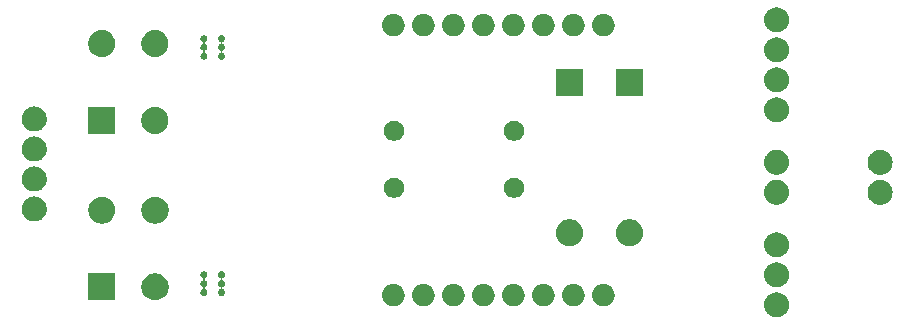
<source format=gbr>
G04 #@! TF.GenerationSoftware,KiCad,Pcbnew,9.0.1*
G04 #@! TF.CreationDate,2025-06-13T20:53:16+02:00*
G04 #@! TF.ProjectId,Hue_Ambience_clone,4875655f-416d-4626-9965-6e63655f636c,rev?*
G04 #@! TF.SameCoordinates,Original*
G04 #@! TF.FileFunction,Soldermask,Bot*
G04 #@! TF.FilePolarity,Negative*
%FSLAX46Y46*%
G04 Gerber Fmt 4.6, Leading zero omitted, Abs format (unit mm)*
G04 Created by KiCad (PCBNEW 9.0.1) date 2025-06-13 20:53:16*
%MOMM*%
%LPD*%
G01*
G04 APERTURE LIST*
G04 APERTURE END LIST*
G36*
X157826389Y-105751109D02*
G01*
X157837996Y-105751109D01*
X157883356Y-105760131D01*
X157981595Y-105775691D01*
X158013190Y-105785957D01*
X158041992Y-105791686D01*
X158082636Y-105808521D01*
X158139879Y-105827121D01*
X158193512Y-105854448D01*
X158234152Y-105871282D01*
X158258564Y-105887593D01*
X158288167Y-105902677D01*
X158368640Y-105961144D01*
X158407091Y-105986836D01*
X158415297Y-105995042D01*
X158422812Y-106000502D01*
X158540497Y-106118187D01*
X158545956Y-106125701D01*
X158554164Y-106133909D01*
X158579858Y-106172364D01*
X158638322Y-106252832D01*
X158653404Y-106282432D01*
X158669718Y-106306848D01*
X158686553Y-106347492D01*
X158713878Y-106401120D01*
X158732475Y-106458356D01*
X158749314Y-106499008D01*
X158755044Y-106527814D01*
X158765308Y-106559404D01*
X158780866Y-106657635D01*
X158789891Y-106703004D01*
X158789891Y-106714611D01*
X158791344Y-106723785D01*
X158791344Y-106890214D01*
X158789891Y-106899387D01*
X158789891Y-106910996D01*
X158780865Y-106956368D01*
X158765308Y-107054595D01*
X158755044Y-107086182D01*
X158749314Y-107114992D01*
X158732473Y-107155647D01*
X158713878Y-107212879D01*
X158686556Y-107266501D01*
X158669718Y-107307152D01*
X158653401Y-107331570D01*
X158638322Y-107361167D01*
X158579867Y-107441623D01*
X158554164Y-107480091D01*
X158545954Y-107488300D01*
X158540497Y-107495812D01*
X158422812Y-107613497D01*
X158415300Y-107618954D01*
X158407091Y-107627164D01*
X158368623Y-107652867D01*
X158288167Y-107711322D01*
X158258570Y-107726401D01*
X158234152Y-107742718D01*
X158193501Y-107759556D01*
X158139879Y-107786878D01*
X158082647Y-107805473D01*
X158041992Y-107822314D01*
X158013182Y-107828044D01*
X157981595Y-107838308D01*
X157883366Y-107853866D01*
X157837996Y-107862891D01*
X157826389Y-107862891D01*
X157817215Y-107864344D01*
X157650785Y-107864344D01*
X157641611Y-107862891D01*
X157630004Y-107862891D01*
X157584635Y-107853866D01*
X157486404Y-107838308D01*
X157454814Y-107828044D01*
X157426008Y-107822314D01*
X157385356Y-107805475D01*
X157328120Y-107786878D01*
X157274492Y-107759553D01*
X157233848Y-107742718D01*
X157209432Y-107726404D01*
X157179832Y-107711322D01*
X157099364Y-107652858D01*
X157060909Y-107627164D01*
X157052701Y-107618956D01*
X157045187Y-107613497D01*
X156927502Y-107495812D01*
X156922042Y-107488297D01*
X156913836Y-107480091D01*
X156888144Y-107441640D01*
X156829677Y-107361167D01*
X156814593Y-107331564D01*
X156798282Y-107307152D01*
X156781448Y-107266512D01*
X156754121Y-107212879D01*
X156735521Y-107155636D01*
X156718686Y-107114992D01*
X156712957Y-107086190D01*
X156702691Y-107054595D01*
X156687132Y-106956358D01*
X156678109Y-106910996D01*
X156678109Y-106899388D01*
X156676656Y-106890214D01*
X156676656Y-106723785D01*
X156678109Y-106714610D01*
X156678109Y-106703004D01*
X156687131Y-106657645D01*
X156702691Y-106559404D01*
X156712957Y-106527807D01*
X156718686Y-106499008D01*
X156735520Y-106458367D01*
X156754121Y-106401120D01*
X156781450Y-106347482D01*
X156798282Y-106306848D01*
X156814591Y-106282438D01*
X156829677Y-106252832D01*
X156888152Y-106172347D01*
X156913836Y-106133909D01*
X156922039Y-106125705D01*
X156927502Y-106118187D01*
X157045187Y-106000502D01*
X157052705Y-105995039D01*
X157060909Y-105986836D01*
X157099347Y-105961152D01*
X157179832Y-105902677D01*
X157209438Y-105887591D01*
X157233848Y-105871282D01*
X157274482Y-105854450D01*
X157328120Y-105827121D01*
X157385367Y-105808520D01*
X157426008Y-105791686D01*
X157454807Y-105785957D01*
X157486404Y-105775691D01*
X157584645Y-105760131D01*
X157630004Y-105751109D01*
X157641611Y-105751109D01*
X157650785Y-105749656D01*
X157817215Y-105749656D01*
X157826389Y-105751109D01*
G37*
G36*
X125374554Y-105036604D02*
G01*
X125385215Y-105036604D01*
X125426866Y-105044889D01*
X125513917Y-105058676D01*
X125541919Y-105067774D01*
X125568062Y-105072975D01*
X125604957Y-105088257D01*
X125655785Y-105104773D01*
X125703400Y-105129034D01*
X125740299Y-105144318D01*
X125762464Y-105159128D01*
X125788694Y-105172493D01*
X125859991Y-105224293D01*
X125895309Y-105247892D01*
X125902847Y-105255430D01*
X125909371Y-105260170D01*
X126014855Y-105365654D01*
X126019594Y-105372177D01*
X126027134Y-105379717D01*
X126050735Y-105415039D01*
X126102532Y-105486331D01*
X126115895Y-105512558D01*
X126130708Y-105534727D01*
X126145994Y-105571630D01*
X126170252Y-105619240D01*
X126186765Y-105670060D01*
X126202051Y-105706964D01*
X126207252Y-105733111D01*
X126216349Y-105761108D01*
X126230135Y-105848150D01*
X126238422Y-105889811D01*
X126238422Y-105900472D01*
X126239684Y-105908440D01*
X126239684Y-106057609D01*
X126238422Y-106065576D01*
X126238422Y-106076239D01*
X126230134Y-106117902D01*
X126216349Y-106204941D01*
X126207252Y-106232935D01*
X126202051Y-106259086D01*
X126186763Y-106295993D01*
X126170252Y-106346809D01*
X126145996Y-106394413D01*
X126130708Y-106431323D01*
X126115893Y-106453495D01*
X126102532Y-106479718D01*
X126050743Y-106550998D01*
X126027134Y-106586333D01*
X126019592Y-106593874D01*
X126014855Y-106600395D01*
X125909371Y-106705879D01*
X125902850Y-106710616D01*
X125895309Y-106718158D01*
X125859974Y-106741767D01*
X125788694Y-106793556D01*
X125762471Y-106806917D01*
X125740299Y-106821732D01*
X125703389Y-106837020D01*
X125655785Y-106861276D01*
X125604969Y-106877787D01*
X125568062Y-106893075D01*
X125541911Y-106898276D01*
X125513917Y-106907373D01*
X125426876Y-106921158D01*
X125385215Y-106929446D01*
X125374554Y-106929446D01*
X125366586Y-106930708D01*
X125217416Y-106930708D01*
X125209448Y-106929446D01*
X125198787Y-106929446D01*
X125157126Y-106921159D01*
X125070084Y-106907373D01*
X125042087Y-106898276D01*
X125015940Y-106893075D01*
X124979036Y-106877789D01*
X124928216Y-106861276D01*
X124880606Y-106837018D01*
X124843703Y-106821732D01*
X124821534Y-106806919D01*
X124795307Y-106793556D01*
X124724015Y-106741759D01*
X124688693Y-106718158D01*
X124681153Y-106710618D01*
X124674630Y-106705879D01*
X124569146Y-106600395D01*
X124564406Y-106593871D01*
X124556868Y-106586333D01*
X124533269Y-106551015D01*
X124481469Y-106479718D01*
X124468104Y-106453488D01*
X124453294Y-106431323D01*
X124438010Y-106394424D01*
X124413749Y-106346809D01*
X124397233Y-106295981D01*
X124381951Y-106259086D01*
X124376750Y-106232943D01*
X124367652Y-106204941D01*
X124353865Y-106117892D01*
X124345580Y-106076239D01*
X124345580Y-106065577D01*
X124344318Y-106057609D01*
X124344318Y-105908440D01*
X124345580Y-105900471D01*
X124345580Y-105889811D01*
X124353864Y-105848161D01*
X124367652Y-105761108D01*
X124376751Y-105733103D01*
X124381951Y-105706964D01*
X124397232Y-105670071D01*
X124413749Y-105619240D01*
X124438012Y-105571620D01*
X124453294Y-105534727D01*
X124468102Y-105512564D01*
X124481469Y-105486331D01*
X124533278Y-105415021D01*
X124556868Y-105379717D01*
X124564403Y-105372181D01*
X124569146Y-105365654D01*
X124674630Y-105260170D01*
X124681157Y-105255427D01*
X124688693Y-105247892D01*
X124723997Y-105224302D01*
X124795307Y-105172493D01*
X124821540Y-105159126D01*
X124843703Y-105144318D01*
X124880596Y-105129036D01*
X124928216Y-105104773D01*
X124979047Y-105088256D01*
X125015940Y-105072975D01*
X125042079Y-105067775D01*
X125070084Y-105058676D01*
X125157137Y-105044888D01*
X125198787Y-105036604D01*
X125209448Y-105036604D01*
X125217416Y-105035342D01*
X125366586Y-105035342D01*
X125374554Y-105036604D01*
G37*
G36*
X127914554Y-105036604D02*
G01*
X127925215Y-105036604D01*
X127966866Y-105044889D01*
X128053917Y-105058676D01*
X128081919Y-105067774D01*
X128108062Y-105072975D01*
X128144957Y-105088257D01*
X128195785Y-105104773D01*
X128243400Y-105129034D01*
X128280299Y-105144318D01*
X128302464Y-105159128D01*
X128328694Y-105172493D01*
X128399991Y-105224293D01*
X128435309Y-105247892D01*
X128442847Y-105255430D01*
X128449371Y-105260170D01*
X128554855Y-105365654D01*
X128559594Y-105372177D01*
X128567134Y-105379717D01*
X128590735Y-105415039D01*
X128642532Y-105486331D01*
X128655895Y-105512558D01*
X128670708Y-105534727D01*
X128685994Y-105571630D01*
X128710252Y-105619240D01*
X128726765Y-105670060D01*
X128742051Y-105706964D01*
X128747252Y-105733111D01*
X128756349Y-105761108D01*
X128770135Y-105848150D01*
X128778422Y-105889811D01*
X128778422Y-105900472D01*
X128779684Y-105908440D01*
X128779684Y-106057609D01*
X128778422Y-106065576D01*
X128778422Y-106076239D01*
X128770134Y-106117902D01*
X128756349Y-106204941D01*
X128747252Y-106232935D01*
X128742051Y-106259086D01*
X128726763Y-106295993D01*
X128710252Y-106346809D01*
X128685996Y-106394413D01*
X128670708Y-106431323D01*
X128655893Y-106453495D01*
X128642532Y-106479718D01*
X128590743Y-106550998D01*
X128567134Y-106586333D01*
X128559592Y-106593874D01*
X128554855Y-106600395D01*
X128449371Y-106705879D01*
X128442850Y-106710616D01*
X128435309Y-106718158D01*
X128399974Y-106741767D01*
X128328694Y-106793556D01*
X128302471Y-106806917D01*
X128280299Y-106821732D01*
X128243389Y-106837020D01*
X128195785Y-106861276D01*
X128144969Y-106877787D01*
X128108062Y-106893075D01*
X128081911Y-106898276D01*
X128053917Y-106907373D01*
X127966876Y-106921158D01*
X127925215Y-106929446D01*
X127914554Y-106929446D01*
X127906586Y-106930708D01*
X127757416Y-106930708D01*
X127749448Y-106929446D01*
X127738787Y-106929446D01*
X127697126Y-106921159D01*
X127610084Y-106907373D01*
X127582087Y-106898276D01*
X127555940Y-106893075D01*
X127519036Y-106877789D01*
X127468216Y-106861276D01*
X127420606Y-106837018D01*
X127383703Y-106821732D01*
X127361534Y-106806919D01*
X127335307Y-106793556D01*
X127264015Y-106741759D01*
X127228693Y-106718158D01*
X127221153Y-106710618D01*
X127214630Y-106705879D01*
X127109146Y-106600395D01*
X127104406Y-106593871D01*
X127096868Y-106586333D01*
X127073269Y-106551015D01*
X127021469Y-106479718D01*
X127008104Y-106453488D01*
X126993294Y-106431323D01*
X126978010Y-106394424D01*
X126953749Y-106346809D01*
X126937233Y-106295981D01*
X126921951Y-106259086D01*
X126916750Y-106232943D01*
X126907652Y-106204941D01*
X126893865Y-106117892D01*
X126885580Y-106076239D01*
X126885580Y-106065577D01*
X126884318Y-106057609D01*
X126884318Y-105908440D01*
X126885580Y-105900471D01*
X126885580Y-105889811D01*
X126893864Y-105848161D01*
X126907652Y-105761108D01*
X126916751Y-105733103D01*
X126921951Y-105706964D01*
X126937232Y-105670071D01*
X126953749Y-105619240D01*
X126978012Y-105571620D01*
X126993294Y-105534727D01*
X127008102Y-105512564D01*
X127021469Y-105486331D01*
X127073278Y-105415021D01*
X127096868Y-105379717D01*
X127104403Y-105372181D01*
X127109146Y-105365654D01*
X127214630Y-105260170D01*
X127221157Y-105255427D01*
X127228693Y-105247892D01*
X127263997Y-105224302D01*
X127335307Y-105172493D01*
X127361540Y-105159126D01*
X127383703Y-105144318D01*
X127420596Y-105129036D01*
X127468216Y-105104773D01*
X127519047Y-105088256D01*
X127555940Y-105072975D01*
X127582079Y-105067775D01*
X127610084Y-105058676D01*
X127697137Y-105044888D01*
X127738787Y-105036604D01*
X127749448Y-105036604D01*
X127757416Y-105035342D01*
X127906586Y-105035342D01*
X127914554Y-105036604D01*
G37*
G36*
X130454554Y-105036604D02*
G01*
X130465215Y-105036604D01*
X130506866Y-105044889D01*
X130593917Y-105058676D01*
X130621919Y-105067774D01*
X130648062Y-105072975D01*
X130684957Y-105088257D01*
X130735785Y-105104773D01*
X130783400Y-105129034D01*
X130820299Y-105144318D01*
X130842464Y-105159128D01*
X130868694Y-105172493D01*
X130939991Y-105224293D01*
X130975309Y-105247892D01*
X130982847Y-105255430D01*
X130989371Y-105260170D01*
X131094855Y-105365654D01*
X131099594Y-105372177D01*
X131107134Y-105379717D01*
X131130735Y-105415039D01*
X131182532Y-105486331D01*
X131195895Y-105512558D01*
X131210708Y-105534727D01*
X131225994Y-105571630D01*
X131250252Y-105619240D01*
X131266765Y-105670060D01*
X131282051Y-105706964D01*
X131287252Y-105733111D01*
X131296349Y-105761108D01*
X131310135Y-105848150D01*
X131318422Y-105889811D01*
X131318422Y-105900472D01*
X131319684Y-105908440D01*
X131319684Y-106057609D01*
X131318422Y-106065576D01*
X131318422Y-106076239D01*
X131310134Y-106117902D01*
X131296349Y-106204941D01*
X131287252Y-106232935D01*
X131282051Y-106259086D01*
X131266763Y-106295993D01*
X131250252Y-106346809D01*
X131225996Y-106394413D01*
X131210708Y-106431323D01*
X131195893Y-106453495D01*
X131182532Y-106479718D01*
X131130743Y-106550998D01*
X131107134Y-106586333D01*
X131099592Y-106593874D01*
X131094855Y-106600395D01*
X130989371Y-106705879D01*
X130982850Y-106710616D01*
X130975309Y-106718158D01*
X130939974Y-106741767D01*
X130868694Y-106793556D01*
X130842471Y-106806917D01*
X130820299Y-106821732D01*
X130783389Y-106837020D01*
X130735785Y-106861276D01*
X130684969Y-106877787D01*
X130648062Y-106893075D01*
X130621911Y-106898276D01*
X130593917Y-106907373D01*
X130506876Y-106921158D01*
X130465215Y-106929446D01*
X130454554Y-106929446D01*
X130446586Y-106930708D01*
X130297416Y-106930708D01*
X130289448Y-106929446D01*
X130278787Y-106929446D01*
X130237126Y-106921159D01*
X130150084Y-106907373D01*
X130122087Y-106898276D01*
X130095940Y-106893075D01*
X130059036Y-106877789D01*
X130008216Y-106861276D01*
X129960606Y-106837018D01*
X129923703Y-106821732D01*
X129901534Y-106806919D01*
X129875307Y-106793556D01*
X129804015Y-106741759D01*
X129768693Y-106718158D01*
X129761153Y-106710618D01*
X129754630Y-106705879D01*
X129649146Y-106600395D01*
X129644406Y-106593871D01*
X129636868Y-106586333D01*
X129613269Y-106551015D01*
X129561469Y-106479718D01*
X129548104Y-106453488D01*
X129533294Y-106431323D01*
X129518010Y-106394424D01*
X129493749Y-106346809D01*
X129477233Y-106295981D01*
X129461951Y-106259086D01*
X129456750Y-106232943D01*
X129447652Y-106204941D01*
X129433865Y-106117892D01*
X129425580Y-106076239D01*
X129425580Y-106065577D01*
X129424318Y-106057609D01*
X129424318Y-105908440D01*
X129425580Y-105900471D01*
X129425580Y-105889811D01*
X129433864Y-105848161D01*
X129447652Y-105761108D01*
X129456751Y-105733103D01*
X129461951Y-105706964D01*
X129477232Y-105670071D01*
X129493749Y-105619240D01*
X129518012Y-105571620D01*
X129533294Y-105534727D01*
X129548102Y-105512564D01*
X129561469Y-105486331D01*
X129613278Y-105415021D01*
X129636868Y-105379717D01*
X129644403Y-105372181D01*
X129649146Y-105365654D01*
X129754630Y-105260170D01*
X129761157Y-105255427D01*
X129768693Y-105247892D01*
X129803997Y-105224302D01*
X129875307Y-105172493D01*
X129901540Y-105159126D01*
X129923703Y-105144318D01*
X129960596Y-105129036D01*
X130008216Y-105104773D01*
X130059047Y-105088256D01*
X130095940Y-105072975D01*
X130122079Y-105067775D01*
X130150084Y-105058676D01*
X130237137Y-105044888D01*
X130278787Y-105036604D01*
X130289448Y-105036604D01*
X130297416Y-105035342D01*
X130446586Y-105035342D01*
X130454554Y-105036604D01*
G37*
G36*
X132994554Y-105036604D02*
G01*
X133005215Y-105036604D01*
X133046866Y-105044889D01*
X133133917Y-105058676D01*
X133161919Y-105067774D01*
X133188062Y-105072975D01*
X133224957Y-105088257D01*
X133275785Y-105104773D01*
X133323400Y-105129034D01*
X133360299Y-105144318D01*
X133382464Y-105159128D01*
X133408694Y-105172493D01*
X133479991Y-105224293D01*
X133515309Y-105247892D01*
X133522847Y-105255430D01*
X133529371Y-105260170D01*
X133634855Y-105365654D01*
X133639594Y-105372177D01*
X133647134Y-105379717D01*
X133670735Y-105415039D01*
X133722532Y-105486331D01*
X133735895Y-105512558D01*
X133750708Y-105534727D01*
X133765994Y-105571630D01*
X133790252Y-105619240D01*
X133806765Y-105670060D01*
X133822051Y-105706964D01*
X133827252Y-105733111D01*
X133836349Y-105761108D01*
X133850135Y-105848150D01*
X133858422Y-105889811D01*
X133858422Y-105900472D01*
X133859684Y-105908440D01*
X133859684Y-106057609D01*
X133858422Y-106065576D01*
X133858422Y-106076239D01*
X133850134Y-106117902D01*
X133836349Y-106204941D01*
X133827252Y-106232935D01*
X133822051Y-106259086D01*
X133806763Y-106295993D01*
X133790252Y-106346809D01*
X133765996Y-106394413D01*
X133750708Y-106431323D01*
X133735893Y-106453495D01*
X133722532Y-106479718D01*
X133670743Y-106550998D01*
X133647134Y-106586333D01*
X133639592Y-106593874D01*
X133634855Y-106600395D01*
X133529371Y-106705879D01*
X133522850Y-106710616D01*
X133515309Y-106718158D01*
X133479974Y-106741767D01*
X133408694Y-106793556D01*
X133382471Y-106806917D01*
X133360299Y-106821732D01*
X133323389Y-106837020D01*
X133275785Y-106861276D01*
X133224969Y-106877787D01*
X133188062Y-106893075D01*
X133161911Y-106898276D01*
X133133917Y-106907373D01*
X133046876Y-106921158D01*
X133005215Y-106929446D01*
X132994554Y-106929446D01*
X132986586Y-106930708D01*
X132837416Y-106930708D01*
X132829448Y-106929446D01*
X132818787Y-106929446D01*
X132777126Y-106921159D01*
X132690084Y-106907373D01*
X132662087Y-106898276D01*
X132635940Y-106893075D01*
X132599036Y-106877789D01*
X132548216Y-106861276D01*
X132500606Y-106837018D01*
X132463703Y-106821732D01*
X132441534Y-106806919D01*
X132415307Y-106793556D01*
X132344015Y-106741759D01*
X132308693Y-106718158D01*
X132301153Y-106710618D01*
X132294630Y-106705879D01*
X132189146Y-106600395D01*
X132184406Y-106593871D01*
X132176868Y-106586333D01*
X132153269Y-106551015D01*
X132101469Y-106479718D01*
X132088104Y-106453488D01*
X132073294Y-106431323D01*
X132058010Y-106394424D01*
X132033749Y-106346809D01*
X132017233Y-106295981D01*
X132001951Y-106259086D01*
X131996750Y-106232943D01*
X131987652Y-106204941D01*
X131973865Y-106117892D01*
X131965580Y-106076239D01*
X131965580Y-106065577D01*
X131964318Y-106057609D01*
X131964318Y-105908440D01*
X131965580Y-105900471D01*
X131965580Y-105889811D01*
X131973864Y-105848161D01*
X131987652Y-105761108D01*
X131996751Y-105733103D01*
X132001951Y-105706964D01*
X132017232Y-105670071D01*
X132033749Y-105619240D01*
X132058012Y-105571620D01*
X132073294Y-105534727D01*
X132088102Y-105512564D01*
X132101469Y-105486331D01*
X132153278Y-105415021D01*
X132176868Y-105379717D01*
X132184403Y-105372181D01*
X132189146Y-105365654D01*
X132294630Y-105260170D01*
X132301157Y-105255427D01*
X132308693Y-105247892D01*
X132343997Y-105224302D01*
X132415307Y-105172493D01*
X132441540Y-105159126D01*
X132463703Y-105144318D01*
X132500596Y-105129036D01*
X132548216Y-105104773D01*
X132599047Y-105088256D01*
X132635940Y-105072975D01*
X132662079Y-105067775D01*
X132690084Y-105058676D01*
X132777137Y-105044888D01*
X132818787Y-105036604D01*
X132829448Y-105036604D01*
X132837416Y-105035342D01*
X132986586Y-105035342D01*
X132994554Y-105036604D01*
G37*
G36*
X135534554Y-105036604D02*
G01*
X135545215Y-105036604D01*
X135586866Y-105044889D01*
X135673917Y-105058676D01*
X135701919Y-105067774D01*
X135728062Y-105072975D01*
X135764957Y-105088257D01*
X135815785Y-105104773D01*
X135863400Y-105129034D01*
X135900299Y-105144318D01*
X135922464Y-105159128D01*
X135948694Y-105172493D01*
X136019991Y-105224293D01*
X136055309Y-105247892D01*
X136062847Y-105255430D01*
X136069371Y-105260170D01*
X136174855Y-105365654D01*
X136179594Y-105372177D01*
X136187134Y-105379717D01*
X136210735Y-105415039D01*
X136262532Y-105486331D01*
X136275895Y-105512558D01*
X136290708Y-105534727D01*
X136305994Y-105571630D01*
X136330252Y-105619240D01*
X136346765Y-105670060D01*
X136362051Y-105706964D01*
X136367252Y-105733111D01*
X136376349Y-105761108D01*
X136390135Y-105848150D01*
X136398422Y-105889811D01*
X136398422Y-105900472D01*
X136399684Y-105908440D01*
X136399684Y-106057609D01*
X136398422Y-106065576D01*
X136398422Y-106076239D01*
X136390134Y-106117902D01*
X136376349Y-106204941D01*
X136367252Y-106232935D01*
X136362051Y-106259086D01*
X136346763Y-106295993D01*
X136330252Y-106346809D01*
X136305996Y-106394413D01*
X136290708Y-106431323D01*
X136275893Y-106453495D01*
X136262532Y-106479718D01*
X136210743Y-106550998D01*
X136187134Y-106586333D01*
X136179592Y-106593874D01*
X136174855Y-106600395D01*
X136069371Y-106705879D01*
X136062850Y-106710616D01*
X136055309Y-106718158D01*
X136019974Y-106741767D01*
X135948694Y-106793556D01*
X135922471Y-106806917D01*
X135900299Y-106821732D01*
X135863389Y-106837020D01*
X135815785Y-106861276D01*
X135764969Y-106877787D01*
X135728062Y-106893075D01*
X135701911Y-106898276D01*
X135673917Y-106907373D01*
X135586876Y-106921158D01*
X135545215Y-106929446D01*
X135534554Y-106929446D01*
X135526586Y-106930708D01*
X135377416Y-106930708D01*
X135369448Y-106929446D01*
X135358787Y-106929446D01*
X135317126Y-106921159D01*
X135230084Y-106907373D01*
X135202087Y-106898276D01*
X135175940Y-106893075D01*
X135139036Y-106877789D01*
X135088216Y-106861276D01*
X135040606Y-106837018D01*
X135003703Y-106821732D01*
X134981534Y-106806919D01*
X134955307Y-106793556D01*
X134884015Y-106741759D01*
X134848693Y-106718158D01*
X134841153Y-106710618D01*
X134834630Y-106705879D01*
X134729146Y-106600395D01*
X134724406Y-106593871D01*
X134716868Y-106586333D01*
X134693269Y-106551015D01*
X134641469Y-106479718D01*
X134628104Y-106453488D01*
X134613294Y-106431323D01*
X134598010Y-106394424D01*
X134573749Y-106346809D01*
X134557233Y-106295981D01*
X134541951Y-106259086D01*
X134536750Y-106232943D01*
X134527652Y-106204941D01*
X134513865Y-106117892D01*
X134505580Y-106076239D01*
X134505580Y-106065577D01*
X134504318Y-106057609D01*
X134504318Y-105908440D01*
X134505580Y-105900471D01*
X134505580Y-105889811D01*
X134513864Y-105848161D01*
X134527652Y-105761108D01*
X134536751Y-105733103D01*
X134541951Y-105706964D01*
X134557232Y-105670071D01*
X134573749Y-105619240D01*
X134598012Y-105571620D01*
X134613294Y-105534727D01*
X134628102Y-105512564D01*
X134641469Y-105486331D01*
X134693278Y-105415021D01*
X134716868Y-105379717D01*
X134724403Y-105372181D01*
X134729146Y-105365654D01*
X134834630Y-105260170D01*
X134841157Y-105255427D01*
X134848693Y-105247892D01*
X134883997Y-105224302D01*
X134955307Y-105172493D01*
X134981540Y-105159126D01*
X135003703Y-105144318D01*
X135040596Y-105129036D01*
X135088216Y-105104773D01*
X135139047Y-105088256D01*
X135175940Y-105072975D01*
X135202079Y-105067775D01*
X135230084Y-105058676D01*
X135317137Y-105044888D01*
X135358787Y-105036604D01*
X135369448Y-105036604D01*
X135377416Y-105035342D01*
X135526586Y-105035342D01*
X135534554Y-105036604D01*
G37*
G36*
X138074554Y-105036604D02*
G01*
X138085215Y-105036604D01*
X138126866Y-105044889D01*
X138213917Y-105058676D01*
X138241919Y-105067774D01*
X138268062Y-105072975D01*
X138304957Y-105088257D01*
X138355785Y-105104773D01*
X138403400Y-105129034D01*
X138440299Y-105144318D01*
X138462464Y-105159128D01*
X138488694Y-105172493D01*
X138559991Y-105224293D01*
X138595309Y-105247892D01*
X138602847Y-105255430D01*
X138609371Y-105260170D01*
X138714855Y-105365654D01*
X138719594Y-105372177D01*
X138727134Y-105379717D01*
X138750735Y-105415039D01*
X138802532Y-105486331D01*
X138815895Y-105512558D01*
X138830708Y-105534727D01*
X138845994Y-105571630D01*
X138870252Y-105619240D01*
X138886765Y-105670060D01*
X138902051Y-105706964D01*
X138907252Y-105733111D01*
X138916349Y-105761108D01*
X138930135Y-105848150D01*
X138938422Y-105889811D01*
X138938422Y-105900472D01*
X138939684Y-105908440D01*
X138939684Y-106057609D01*
X138938422Y-106065576D01*
X138938422Y-106076239D01*
X138930134Y-106117902D01*
X138916349Y-106204941D01*
X138907252Y-106232935D01*
X138902051Y-106259086D01*
X138886763Y-106295993D01*
X138870252Y-106346809D01*
X138845996Y-106394413D01*
X138830708Y-106431323D01*
X138815893Y-106453495D01*
X138802532Y-106479718D01*
X138750743Y-106550998D01*
X138727134Y-106586333D01*
X138719592Y-106593874D01*
X138714855Y-106600395D01*
X138609371Y-106705879D01*
X138602850Y-106710616D01*
X138595309Y-106718158D01*
X138559974Y-106741767D01*
X138488694Y-106793556D01*
X138462471Y-106806917D01*
X138440299Y-106821732D01*
X138403389Y-106837020D01*
X138355785Y-106861276D01*
X138304969Y-106877787D01*
X138268062Y-106893075D01*
X138241911Y-106898276D01*
X138213917Y-106907373D01*
X138126876Y-106921158D01*
X138085215Y-106929446D01*
X138074554Y-106929446D01*
X138066586Y-106930708D01*
X137917416Y-106930708D01*
X137909448Y-106929446D01*
X137898787Y-106929446D01*
X137857126Y-106921159D01*
X137770084Y-106907373D01*
X137742087Y-106898276D01*
X137715940Y-106893075D01*
X137679036Y-106877789D01*
X137628216Y-106861276D01*
X137580606Y-106837018D01*
X137543703Y-106821732D01*
X137521534Y-106806919D01*
X137495307Y-106793556D01*
X137424015Y-106741759D01*
X137388693Y-106718158D01*
X137381153Y-106710618D01*
X137374630Y-106705879D01*
X137269146Y-106600395D01*
X137264406Y-106593871D01*
X137256868Y-106586333D01*
X137233269Y-106551015D01*
X137181469Y-106479718D01*
X137168104Y-106453488D01*
X137153294Y-106431323D01*
X137138010Y-106394424D01*
X137113749Y-106346809D01*
X137097233Y-106295981D01*
X137081951Y-106259086D01*
X137076750Y-106232943D01*
X137067652Y-106204941D01*
X137053865Y-106117892D01*
X137045580Y-106076239D01*
X137045580Y-106065577D01*
X137044318Y-106057609D01*
X137044318Y-105908440D01*
X137045580Y-105900471D01*
X137045580Y-105889811D01*
X137053864Y-105848161D01*
X137067652Y-105761108D01*
X137076751Y-105733103D01*
X137081951Y-105706964D01*
X137097232Y-105670071D01*
X137113749Y-105619240D01*
X137138012Y-105571620D01*
X137153294Y-105534727D01*
X137168102Y-105512564D01*
X137181469Y-105486331D01*
X137233278Y-105415021D01*
X137256868Y-105379717D01*
X137264403Y-105372181D01*
X137269146Y-105365654D01*
X137374630Y-105260170D01*
X137381157Y-105255427D01*
X137388693Y-105247892D01*
X137423997Y-105224302D01*
X137495307Y-105172493D01*
X137521540Y-105159126D01*
X137543703Y-105144318D01*
X137580596Y-105129036D01*
X137628216Y-105104773D01*
X137679047Y-105088256D01*
X137715940Y-105072975D01*
X137742079Y-105067775D01*
X137770084Y-105058676D01*
X137857137Y-105044888D01*
X137898787Y-105036604D01*
X137909448Y-105036604D01*
X137917416Y-105035342D01*
X138066586Y-105035342D01*
X138074554Y-105036604D01*
G37*
G36*
X140614554Y-105036604D02*
G01*
X140625215Y-105036604D01*
X140666866Y-105044889D01*
X140753917Y-105058676D01*
X140781919Y-105067774D01*
X140808062Y-105072975D01*
X140844957Y-105088257D01*
X140895785Y-105104773D01*
X140943400Y-105129034D01*
X140980299Y-105144318D01*
X141002464Y-105159128D01*
X141028694Y-105172493D01*
X141099991Y-105224293D01*
X141135309Y-105247892D01*
X141142847Y-105255430D01*
X141149371Y-105260170D01*
X141254855Y-105365654D01*
X141259594Y-105372177D01*
X141267134Y-105379717D01*
X141290735Y-105415039D01*
X141342532Y-105486331D01*
X141355895Y-105512558D01*
X141370708Y-105534727D01*
X141385994Y-105571630D01*
X141410252Y-105619240D01*
X141426765Y-105670060D01*
X141442051Y-105706964D01*
X141447252Y-105733111D01*
X141456349Y-105761108D01*
X141470135Y-105848150D01*
X141478422Y-105889811D01*
X141478422Y-105900472D01*
X141479684Y-105908440D01*
X141479684Y-106057609D01*
X141478422Y-106065576D01*
X141478422Y-106076239D01*
X141470134Y-106117902D01*
X141456349Y-106204941D01*
X141447252Y-106232935D01*
X141442051Y-106259086D01*
X141426763Y-106295993D01*
X141410252Y-106346809D01*
X141385996Y-106394413D01*
X141370708Y-106431323D01*
X141355893Y-106453495D01*
X141342532Y-106479718D01*
X141290743Y-106550998D01*
X141267134Y-106586333D01*
X141259592Y-106593874D01*
X141254855Y-106600395D01*
X141149371Y-106705879D01*
X141142850Y-106710616D01*
X141135309Y-106718158D01*
X141099974Y-106741767D01*
X141028694Y-106793556D01*
X141002471Y-106806917D01*
X140980299Y-106821732D01*
X140943389Y-106837020D01*
X140895785Y-106861276D01*
X140844969Y-106877787D01*
X140808062Y-106893075D01*
X140781911Y-106898276D01*
X140753917Y-106907373D01*
X140666876Y-106921158D01*
X140625215Y-106929446D01*
X140614554Y-106929446D01*
X140606586Y-106930708D01*
X140457416Y-106930708D01*
X140449448Y-106929446D01*
X140438787Y-106929446D01*
X140397126Y-106921159D01*
X140310084Y-106907373D01*
X140282087Y-106898276D01*
X140255940Y-106893075D01*
X140219036Y-106877789D01*
X140168216Y-106861276D01*
X140120606Y-106837018D01*
X140083703Y-106821732D01*
X140061534Y-106806919D01*
X140035307Y-106793556D01*
X139964015Y-106741759D01*
X139928693Y-106718158D01*
X139921153Y-106710618D01*
X139914630Y-106705879D01*
X139809146Y-106600395D01*
X139804406Y-106593871D01*
X139796868Y-106586333D01*
X139773269Y-106551015D01*
X139721469Y-106479718D01*
X139708104Y-106453488D01*
X139693294Y-106431323D01*
X139678010Y-106394424D01*
X139653749Y-106346809D01*
X139637233Y-106295981D01*
X139621951Y-106259086D01*
X139616750Y-106232943D01*
X139607652Y-106204941D01*
X139593865Y-106117892D01*
X139585580Y-106076239D01*
X139585580Y-106065577D01*
X139584318Y-106057609D01*
X139584318Y-105908440D01*
X139585580Y-105900471D01*
X139585580Y-105889811D01*
X139593864Y-105848161D01*
X139607652Y-105761108D01*
X139616751Y-105733103D01*
X139621951Y-105706964D01*
X139637232Y-105670071D01*
X139653749Y-105619240D01*
X139678012Y-105571620D01*
X139693294Y-105534727D01*
X139708102Y-105512564D01*
X139721469Y-105486331D01*
X139773278Y-105415021D01*
X139796868Y-105379717D01*
X139804403Y-105372181D01*
X139809146Y-105365654D01*
X139914630Y-105260170D01*
X139921157Y-105255427D01*
X139928693Y-105247892D01*
X139963997Y-105224302D01*
X140035307Y-105172493D01*
X140061540Y-105159126D01*
X140083703Y-105144318D01*
X140120596Y-105129036D01*
X140168216Y-105104773D01*
X140219047Y-105088256D01*
X140255940Y-105072975D01*
X140282079Y-105067775D01*
X140310084Y-105058676D01*
X140397137Y-105044888D01*
X140438787Y-105036604D01*
X140449448Y-105036604D01*
X140457416Y-105035342D01*
X140606586Y-105035342D01*
X140614554Y-105036604D01*
G37*
G36*
X143154554Y-105036604D02*
G01*
X143165215Y-105036604D01*
X143206866Y-105044889D01*
X143293917Y-105058676D01*
X143321919Y-105067774D01*
X143348062Y-105072975D01*
X143384957Y-105088257D01*
X143435785Y-105104773D01*
X143483400Y-105129034D01*
X143520299Y-105144318D01*
X143542464Y-105159128D01*
X143568694Y-105172493D01*
X143639991Y-105224293D01*
X143675309Y-105247892D01*
X143682847Y-105255430D01*
X143689371Y-105260170D01*
X143794855Y-105365654D01*
X143799594Y-105372177D01*
X143807134Y-105379717D01*
X143830735Y-105415039D01*
X143882532Y-105486331D01*
X143895895Y-105512558D01*
X143910708Y-105534727D01*
X143925994Y-105571630D01*
X143950252Y-105619240D01*
X143966765Y-105670060D01*
X143982051Y-105706964D01*
X143987252Y-105733111D01*
X143996349Y-105761108D01*
X144010135Y-105848150D01*
X144018422Y-105889811D01*
X144018422Y-105900472D01*
X144019684Y-105908440D01*
X144019684Y-106057609D01*
X144018422Y-106065576D01*
X144018422Y-106076239D01*
X144010134Y-106117902D01*
X143996349Y-106204941D01*
X143987252Y-106232935D01*
X143982051Y-106259086D01*
X143966763Y-106295993D01*
X143950252Y-106346809D01*
X143925996Y-106394413D01*
X143910708Y-106431323D01*
X143895893Y-106453495D01*
X143882532Y-106479718D01*
X143830743Y-106550998D01*
X143807134Y-106586333D01*
X143799592Y-106593874D01*
X143794855Y-106600395D01*
X143689371Y-106705879D01*
X143682850Y-106710616D01*
X143675309Y-106718158D01*
X143639974Y-106741767D01*
X143568694Y-106793556D01*
X143542471Y-106806917D01*
X143520299Y-106821732D01*
X143483389Y-106837020D01*
X143435785Y-106861276D01*
X143384969Y-106877787D01*
X143348062Y-106893075D01*
X143321911Y-106898276D01*
X143293917Y-106907373D01*
X143206876Y-106921158D01*
X143165215Y-106929446D01*
X143154554Y-106929446D01*
X143146586Y-106930708D01*
X142997416Y-106930708D01*
X142989448Y-106929446D01*
X142978787Y-106929446D01*
X142937126Y-106921159D01*
X142850084Y-106907373D01*
X142822087Y-106898276D01*
X142795940Y-106893075D01*
X142759036Y-106877789D01*
X142708216Y-106861276D01*
X142660606Y-106837018D01*
X142623703Y-106821732D01*
X142601534Y-106806919D01*
X142575307Y-106793556D01*
X142504015Y-106741759D01*
X142468693Y-106718158D01*
X142461153Y-106710618D01*
X142454630Y-106705879D01*
X142349146Y-106600395D01*
X142344406Y-106593871D01*
X142336868Y-106586333D01*
X142313269Y-106551015D01*
X142261469Y-106479718D01*
X142248104Y-106453488D01*
X142233294Y-106431323D01*
X142218010Y-106394424D01*
X142193749Y-106346809D01*
X142177233Y-106295981D01*
X142161951Y-106259086D01*
X142156750Y-106232943D01*
X142147652Y-106204941D01*
X142133865Y-106117892D01*
X142125580Y-106076239D01*
X142125580Y-106065577D01*
X142124318Y-106057609D01*
X142124318Y-105908440D01*
X142125580Y-105900471D01*
X142125580Y-105889811D01*
X142133864Y-105848161D01*
X142147652Y-105761108D01*
X142156751Y-105733103D01*
X142161951Y-105706964D01*
X142177232Y-105670071D01*
X142193749Y-105619240D01*
X142218012Y-105571620D01*
X142233294Y-105534727D01*
X142248102Y-105512564D01*
X142261469Y-105486331D01*
X142313278Y-105415021D01*
X142336868Y-105379717D01*
X142344403Y-105372181D01*
X142349146Y-105365654D01*
X142454630Y-105260170D01*
X142461157Y-105255427D01*
X142468693Y-105247892D01*
X142503997Y-105224302D01*
X142575307Y-105172493D01*
X142601540Y-105159126D01*
X142623703Y-105144318D01*
X142660596Y-105129036D01*
X142708216Y-105104773D01*
X142759047Y-105088256D01*
X142795940Y-105072975D01*
X142822079Y-105067775D01*
X142850084Y-105058676D01*
X142937137Y-105044888D01*
X142978787Y-105036604D01*
X142989448Y-105036604D01*
X142997416Y-105035342D01*
X143146586Y-105035342D01*
X143154554Y-105036604D01*
G37*
G36*
X101733918Y-104148582D02*
G01*
X101750463Y-104159638D01*
X101761519Y-104176183D01*
X101765401Y-104195700D01*
X101765401Y-106395700D01*
X101761519Y-106415217D01*
X101750463Y-106431762D01*
X101733918Y-106442818D01*
X101714401Y-106446700D01*
X99514401Y-106446700D01*
X99494884Y-106442818D01*
X99478339Y-106431762D01*
X99467283Y-106415217D01*
X99463401Y-106395700D01*
X99463401Y-104195700D01*
X99467283Y-104176183D01*
X99478339Y-104159638D01*
X99494884Y-104148582D01*
X99514401Y-104144700D01*
X101714401Y-104144700D01*
X101733918Y-104148582D01*
G37*
G36*
X105383097Y-104176502D02*
G01*
X105554870Y-104232315D01*
X105715797Y-104314311D01*
X105861916Y-104420473D01*
X105989628Y-104548185D01*
X106095790Y-104694304D01*
X106177786Y-104855231D01*
X106233599Y-105027004D01*
X106261853Y-105205394D01*
X106261853Y-105386006D01*
X106233599Y-105564396D01*
X106177786Y-105736169D01*
X106095790Y-105897096D01*
X105989628Y-106043215D01*
X105861916Y-106170927D01*
X105715797Y-106277089D01*
X105554870Y-106359085D01*
X105383097Y-106414898D01*
X105204707Y-106443152D01*
X105024095Y-106443152D01*
X104845705Y-106414898D01*
X104673932Y-106359085D01*
X104513005Y-106277089D01*
X104366886Y-106170927D01*
X104239174Y-106043215D01*
X104133012Y-105897096D01*
X104051016Y-105736169D01*
X103995203Y-105564396D01*
X103966949Y-105386006D01*
X103966949Y-105205394D01*
X103995203Y-105027004D01*
X104051016Y-104855231D01*
X104133012Y-104694304D01*
X104239174Y-104548185D01*
X104366886Y-104420473D01*
X104513005Y-104314311D01*
X104673932Y-104232315D01*
X104845705Y-104176502D01*
X105024095Y-104148248D01*
X105204707Y-104148248D01*
X105383097Y-104176502D01*
G37*
G36*
X109365188Y-103971912D02*
G01*
X109433237Y-104011201D01*
X109488799Y-104066763D01*
X109528088Y-104134812D01*
X109548425Y-104210712D01*
X109548425Y-104289288D01*
X109528088Y-104365188D01*
X109488799Y-104433237D01*
X109433237Y-104488799D01*
X109365188Y-104528088D01*
X109361192Y-104529158D01*
X109320191Y-104552831D01*
X109320191Y-104697169D01*
X109361194Y-104720841D01*
X109365188Y-104721912D01*
X109433237Y-104761201D01*
X109488799Y-104816763D01*
X109528088Y-104884812D01*
X109548425Y-104960712D01*
X109548425Y-105039288D01*
X109528088Y-105115188D01*
X109488799Y-105183237D01*
X109433237Y-105238799D01*
X109365188Y-105278088D01*
X109361192Y-105279158D01*
X109320191Y-105302831D01*
X109320191Y-105447169D01*
X109361194Y-105470841D01*
X109365188Y-105471912D01*
X109433237Y-105511201D01*
X109488799Y-105566763D01*
X109528088Y-105634812D01*
X109548425Y-105710712D01*
X109548425Y-105789288D01*
X109528088Y-105865188D01*
X109488799Y-105933237D01*
X109433237Y-105988799D01*
X109365188Y-106028088D01*
X109289288Y-106048425D01*
X109210712Y-106048425D01*
X109134812Y-106028088D01*
X109066763Y-105988799D01*
X109011201Y-105933237D01*
X108971912Y-105865188D01*
X108951575Y-105789288D01*
X108951575Y-105710712D01*
X108971912Y-105634812D01*
X109011201Y-105566763D01*
X109066763Y-105511201D01*
X109134812Y-105471912D01*
X109138800Y-105470843D01*
X109179808Y-105447168D01*
X109179808Y-105302832D01*
X109138802Y-105279157D01*
X109134812Y-105278088D01*
X109066763Y-105238799D01*
X109011201Y-105183237D01*
X108971912Y-105115188D01*
X108951575Y-105039288D01*
X108951575Y-104960712D01*
X108971912Y-104884812D01*
X109011201Y-104816763D01*
X109066763Y-104761201D01*
X109134812Y-104721912D01*
X109138800Y-104720843D01*
X109179808Y-104697168D01*
X109179808Y-104552832D01*
X109138802Y-104529157D01*
X109134812Y-104528088D01*
X109066763Y-104488799D01*
X109011201Y-104433237D01*
X108971912Y-104365188D01*
X108951575Y-104289288D01*
X108951575Y-104210712D01*
X108971912Y-104134812D01*
X109011201Y-104066763D01*
X109066763Y-104011201D01*
X109134812Y-103971912D01*
X109210712Y-103951575D01*
X109289288Y-103951575D01*
X109365188Y-103971912D01*
G37*
G36*
X110865188Y-103971912D02*
G01*
X110933237Y-104011201D01*
X110988799Y-104066763D01*
X111028088Y-104134812D01*
X111048425Y-104210712D01*
X111048425Y-104289288D01*
X111028088Y-104365188D01*
X110988799Y-104433237D01*
X110933237Y-104488799D01*
X110865188Y-104528088D01*
X110861192Y-104529158D01*
X110820191Y-104552831D01*
X110820191Y-104697169D01*
X110861194Y-104720841D01*
X110865188Y-104721912D01*
X110933237Y-104761201D01*
X110988799Y-104816763D01*
X111028088Y-104884812D01*
X111048425Y-104960712D01*
X111048425Y-105039288D01*
X111028088Y-105115188D01*
X110988799Y-105183237D01*
X110933237Y-105238799D01*
X110865188Y-105278088D01*
X110861192Y-105279158D01*
X110820191Y-105302831D01*
X110820191Y-105447169D01*
X110861194Y-105470841D01*
X110865188Y-105471912D01*
X110933237Y-105511201D01*
X110988799Y-105566763D01*
X111028088Y-105634812D01*
X111048425Y-105710712D01*
X111048425Y-105789288D01*
X111028088Y-105865188D01*
X110988799Y-105933237D01*
X110933237Y-105988799D01*
X110865188Y-106028088D01*
X110789288Y-106048425D01*
X110710712Y-106048425D01*
X110634812Y-106028088D01*
X110566763Y-105988799D01*
X110511201Y-105933237D01*
X110471912Y-105865188D01*
X110451575Y-105789288D01*
X110451575Y-105710712D01*
X110471912Y-105634812D01*
X110511201Y-105566763D01*
X110566763Y-105511201D01*
X110634812Y-105471912D01*
X110638800Y-105470843D01*
X110679808Y-105447168D01*
X110679808Y-105302832D01*
X110638802Y-105279157D01*
X110634812Y-105278088D01*
X110566763Y-105238799D01*
X110511201Y-105183237D01*
X110471912Y-105115188D01*
X110451575Y-105039288D01*
X110451575Y-104960712D01*
X110471912Y-104884812D01*
X110511201Y-104816763D01*
X110566763Y-104761201D01*
X110634812Y-104721912D01*
X110638800Y-104720843D01*
X110679808Y-104697168D01*
X110679808Y-104552832D01*
X110638802Y-104529157D01*
X110634812Y-104528088D01*
X110566763Y-104488799D01*
X110511201Y-104433237D01*
X110471912Y-104365188D01*
X110451575Y-104289288D01*
X110451575Y-104210712D01*
X110471912Y-104134812D01*
X110511201Y-104066763D01*
X110566763Y-104011201D01*
X110634812Y-103971912D01*
X110710712Y-103951575D01*
X110789288Y-103951575D01*
X110865188Y-103971912D01*
G37*
G36*
X157826389Y-103211109D02*
G01*
X157837996Y-103211109D01*
X157883356Y-103220131D01*
X157981595Y-103235691D01*
X158013190Y-103245957D01*
X158041992Y-103251686D01*
X158082636Y-103268521D01*
X158139879Y-103287121D01*
X158193512Y-103314448D01*
X158234152Y-103331282D01*
X158258564Y-103347593D01*
X158288167Y-103362677D01*
X158368640Y-103421144D01*
X158407091Y-103446836D01*
X158415297Y-103455042D01*
X158422812Y-103460502D01*
X158540497Y-103578187D01*
X158545956Y-103585701D01*
X158554164Y-103593909D01*
X158579858Y-103632364D01*
X158638322Y-103712832D01*
X158653404Y-103742432D01*
X158669718Y-103766848D01*
X158686553Y-103807492D01*
X158713878Y-103861120D01*
X158732475Y-103918356D01*
X158749314Y-103959008D01*
X158755044Y-103987814D01*
X158765308Y-104019404D01*
X158780866Y-104117635D01*
X158789891Y-104163004D01*
X158789891Y-104174611D01*
X158791344Y-104183785D01*
X158791344Y-104350214D01*
X158789891Y-104359387D01*
X158789891Y-104370996D01*
X158780865Y-104416368D01*
X158765308Y-104514595D01*
X158755044Y-104546182D01*
X158749314Y-104574992D01*
X158732473Y-104615647D01*
X158713878Y-104672879D01*
X158686556Y-104726501D01*
X158669718Y-104767152D01*
X158653401Y-104791570D01*
X158638322Y-104821167D01*
X158579867Y-104901623D01*
X158554164Y-104940091D01*
X158545954Y-104948300D01*
X158540497Y-104955812D01*
X158422812Y-105073497D01*
X158415300Y-105078954D01*
X158407091Y-105087164D01*
X158368623Y-105112867D01*
X158288167Y-105171322D01*
X158258570Y-105186401D01*
X158234152Y-105202718D01*
X158193501Y-105219556D01*
X158139879Y-105246878D01*
X158082647Y-105265473D01*
X158041992Y-105282314D01*
X158013182Y-105288044D01*
X157981595Y-105298308D01*
X157883366Y-105313866D01*
X157837996Y-105322891D01*
X157826389Y-105322891D01*
X157817215Y-105324344D01*
X157650785Y-105324344D01*
X157641611Y-105322891D01*
X157630004Y-105322891D01*
X157584635Y-105313866D01*
X157486404Y-105298308D01*
X157454814Y-105288044D01*
X157426008Y-105282314D01*
X157385356Y-105265475D01*
X157328120Y-105246878D01*
X157274492Y-105219553D01*
X157233848Y-105202718D01*
X157209432Y-105186404D01*
X157179832Y-105171322D01*
X157099364Y-105112858D01*
X157060909Y-105087164D01*
X157052701Y-105078956D01*
X157045187Y-105073497D01*
X156927502Y-104955812D01*
X156922042Y-104948297D01*
X156913836Y-104940091D01*
X156888144Y-104901640D01*
X156829677Y-104821167D01*
X156814593Y-104791564D01*
X156798282Y-104767152D01*
X156781448Y-104726512D01*
X156754121Y-104672879D01*
X156735521Y-104615636D01*
X156718686Y-104574992D01*
X156712957Y-104546190D01*
X156702691Y-104514595D01*
X156687132Y-104416358D01*
X156678109Y-104370996D01*
X156678109Y-104359388D01*
X156676656Y-104350214D01*
X156676656Y-104183785D01*
X156678109Y-104174610D01*
X156678109Y-104163004D01*
X156687131Y-104117645D01*
X156702691Y-104019404D01*
X156712957Y-103987807D01*
X156718686Y-103959008D01*
X156735520Y-103918367D01*
X156754121Y-103861120D01*
X156781450Y-103807482D01*
X156798282Y-103766848D01*
X156814591Y-103742438D01*
X156829677Y-103712832D01*
X156888152Y-103632347D01*
X156913836Y-103593909D01*
X156922039Y-103585705D01*
X156927502Y-103578187D01*
X157045187Y-103460502D01*
X157052705Y-103455039D01*
X157060909Y-103446836D01*
X157099347Y-103421152D01*
X157179832Y-103362677D01*
X157209438Y-103347591D01*
X157233848Y-103331282D01*
X157274482Y-103314450D01*
X157328120Y-103287121D01*
X157385367Y-103268520D01*
X157426008Y-103251686D01*
X157454807Y-103245957D01*
X157486404Y-103235691D01*
X157584645Y-103220131D01*
X157630004Y-103211109D01*
X157641611Y-103211109D01*
X157650785Y-103209656D01*
X157817215Y-103209656D01*
X157826389Y-103211109D01*
G37*
G36*
X157826389Y-100671109D02*
G01*
X157837996Y-100671109D01*
X157883356Y-100680131D01*
X157981595Y-100695691D01*
X158013190Y-100705957D01*
X158041992Y-100711686D01*
X158082636Y-100728521D01*
X158139879Y-100747121D01*
X158193512Y-100774448D01*
X158234152Y-100791282D01*
X158258564Y-100807593D01*
X158288167Y-100822677D01*
X158368640Y-100881144D01*
X158407091Y-100906836D01*
X158415297Y-100915042D01*
X158422812Y-100920502D01*
X158540497Y-101038187D01*
X158545956Y-101045701D01*
X158554164Y-101053909D01*
X158579858Y-101092364D01*
X158638322Y-101172832D01*
X158653404Y-101202432D01*
X158669718Y-101226848D01*
X158686553Y-101267492D01*
X158713878Y-101321120D01*
X158732475Y-101378356D01*
X158749314Y-101419008D01*
X158755044Y-101447814D01*
X158765308Y-101479404D01*
X158780866Y-101577635D01*
X158789891Y-101623004D01*
X158789891Y-101634611D01*
X158791344Y-101643785D01*
X158791344Y-101810214D01*
X158789891Y-101819387D01*
X158789891Y-101830996D01*
X158780865Y-101876368D01*
X158765308Y-101974595D01*
X158755044Y-102006182D01*
X158749314Y-102034992D01*
X158732473Y-102075647D01*
X158713878Y-102132879D01*
X158686556Y-102186501D01*
X158669718Y-102227152D01*
X158653401Y-102251570D01*
X158638322Y-102281167D01*
X158579867Y-102361623D01*
X158554164Y-102400091D01*
X158545954Y-102408300D01*
X158540497Y-102415812D01*
X158422812Y-102533497D01*
X158415300Y-102538954D01*
X158407091Y-102547164D01*
X158368623Y-102572867D01*
X158288167Y-102631322D01*
X158258570Y-102646401D01*
X158234152Y-102662718D01*
X158193501Y-102679556D01*
X158139879Y-102706878D01*
X158082647Y-102725473D01*
X158041992Y-102742314D01*
X158013182Y-102748044D01*
X157981595Y-102758308D01*
X157883366Y-102773866D01*
X157837996Y-102782891D01*
X157826389Y-102782891D01*
X157817215Y-102784344D01*
X157650785Y-102784344D01*
X157641611Y-102782891D01*
X157630004Y-102782891D01*
X157584635Y-102773866D01*
X157486404Y-102758308D01*
X157454814Y-102748044D01*
X157426008Y-102742314D01*
X157385356Y-102725475D01*
X157328120Y-102706878D01*
X157274492Y-102679553D01*
X157233848Y-102662718D01*
X157209432Y-102646404D01*
X157179832Y-102631322D01*
X157099364Y-102572858D01*
X157060909Y-102547164D01*
X157052701Y-102538956D01*
X157045187Y-102533497D01*
X156927502Y-102415812D01*
X156922042Y-102408297D01*
X156913836Y-102400091D01*
X156888144Y-102361640D01*
X156829677Y-102281167D01*
X156814593Y-102251564D01*
X156798282Y-102227152D01*
X156781448Y-102186512D01*
X156754121Y-102132879D01*
X156735521Y-102075636D01*
X156718686Y-102034992D01*
X156712957Y-102006190D01*
X156702691Y-101974595D01*
X156687132Y-101876358D01*
X156678109Y-101830996D01*
X156678109Y-101819388D01*
X156676656Y-101810214D01*
X156676656Y-101643785D01*
X156678109Y-101634610D01*
X156678109Y-101623004D01*
X156687131Y-101577645D01*
X156702691Y-101479404D01*
X156712957Y-101447807D01*
X156718686Y-101419008D01*
X156735520Y-101378367D01*
X156754121Y-101321120D01*
X156781450Y-101267482D01*
X156798282Y-101226848D01*
X156814591Y-101202438D01*
X156829677Y-101172832D01*
X156888152Y-101092347D01*
X156913836Y-101053909D01*
X156922039Y-101045705D01*
X156927502Y-101038187D01*
X157045187Y-100920502D01*
X157052705Y-100915039D01*
X157060909Y-100906836D01*
X157099347Y-100881152D01*
X157179832Y-100822677D01*
X157209438Y-100807591D01*
X157233848Y-100791282D01*
X157274482Y-100774450D01*
X157328120Y-100747121D01*
X157385367Y-100728520D01*
X157426008Y-100711686D01*
X157454807Y-100705957D01*
X157486404Y-100695691D01*
X157584645Y-100680131D01*
X157630004Y-100671109D01*
X157641611Y-100671109D01*
X157650785Y-100669656D01*
X157817215Y-100669656D01*
X157826389Y-100671109D01*
G37*
G36*
X140476696Y-99591802D02*
G01*
X140648469Y-99647615D01*
X140809396Y-99729611D01*
X140955515Y-99835773D01*
X141083227Y-99963485D01*
X141189389Y-100109604D01*
X141271385Y-100270531D01*
X141327198Y-100442304D01*
X141355452Y-100620694D01*
X141355452Y-100801306D01*
X141327198Y-100979696D01*
X141271385Y-101151469D01*
X141189389Y-101312396D01*
X141083227Y-101458515D01*
X140955515Y-101586227D01*
X140809396Y-101692389D01*
X140648469Y-101774385D01*
X140476696Y-101830198D01*
X140298306Y-101858452D01*
X140117694Y-101858452D01*
X139939304Y-101830198D01*
X139767531Y-101774385D01*
X139606604Y-101692389D01*
X139460485Y-101586227D01*
X139332773Y-101458515D01*
X139226611Y-101312396D01*
X139144615Y-101151469D01*
X139088802Y-100979696D01*
X139060548Y-100801306D01*
X139060548Y-100620694D01*
X139088802Y-100442304D01*
X139144615Y-100270531D01*
X139226611Y-100109604D01*
X139332773Y-99963485D01*
X139460485Y-99835773D01*
X139606604Y-99729611D01*
X139767531Y-99647615D01*
X139939304Y-99591802D01*
X140117694Y-99563548D01*
X140298306Y-99563548D01*
X140476696Y-99591802D01*
G37*
G36*
X145556696Y-99591802D02*
G01*
X145728469Y-99647615D01*
X145889396Y-99729611D01*
X146035515Y-99835773D01*
X146163227Y-99963485D01*
X146269389Y-100109604D01*
X146351385Y-100270531D01*
X146407198Y-100442304D01*
X146435452Y-100620694D01*
X146435452Y-100801306D01*
X146407198Y-100979696D01*
X146351385Y-101151469D01*
X146269389Y-101312396D01*
X146163227Y-101458515D01*
X146035515Y-101586227D01*
X145889396Y-101692389D01*
X145728469Y-101774385D01*
X145556696Y-101830198D01*
X145378306Y-101858452D01*
X145197694Y-101858452D01*
X145019304Y-101830198D01*
X144847531Y-101774385D01*
X144686604Y-101692389D01*
X144540485Y-101586227D01*
X144412773Y-101458515D01*
X144306611Y-101312396D01*
X144224615Y-101151469D01*
X144168802Y-100979696D01*
X144140548Y-100801306D01*
X144140548Y-100620694D01*
X144168802Y-100442304D01*
X144224615Y-100270531D01*
X144306611Y-100109604D01*
X144412773Y-99963485D01*
X144540485Y-99835773D01*
X144686604Y-99729611D01*
X144847531Y-99647615D01*
X145019304Y-99591802D01*
X145197694Y-99563548D01*
X145378306Y-99563548D01*
X145556696Y-99591802D01*
G37*
G36*
X100883097Y-97676502D02*
G01*
X101054870Y-97732315D01*
X101215797Y-97814311D01*
X101361916Y-97920473D01*
X101489628Y-98048185D01*
X101595790Y-98194304D01*
X101677786Y-98355231D01*
X101733599Y-98527004D01*
X101761853Y-98705394D01*
X101761853Y-98886006D01*
X101733599Y-99064396D01*
X101677786Y-99236169D01*
X101595790Y-99397096D01*
X101489628Y-99543215D01*
X101361916Y-99670927D01*
X101215797Y-99777089D01*
X101054870Y-99859085D01*
X100883097Y-99914898D01*
X100704707Y-99943152D01*
X100524095Y-99943152D01*
X100345705Y-99914898D01*
X100173932Y-99859085D01*
X100013005Y-99777089D01*
X99866886Y-99670927D01*
X99739174Y-99543215D01*
X99633012Y-99397096D01*
X99551016Y-99236169D01*
X99495203Y-99064396D01*
X99466949Y-98886006D01*
X99466949Y-98705394D01*
X99495203Y-98527004D01*
X99551016Y-98355231D01*
X99633012Y-98194304D01*
X99739174Y-98048185D01*
X99866886Y-97920473D01*
X100013005Y-97814311D01*
X100173932Y-97732315D01*
X100345705Y-97676502D01*
X100524095Y-97648248D01*
X100704707Y-97648248D01*
X100883097Y-97676502D01*
G37*
G36*
X105383097Y-97676502D02*
G01*
X105554870Y-97732315D01*
X105715797Y-97814311D01*
X105861916Y-97920473D01*
X105989628Y-98048185D01*
X106095790Y-98194304D01*
X106177786Y-98355231D01*
X106233599Y-98527004D01*
X106261853Y-98705394D01*
X106261853Y-98886006D01*
X106233599Y-99064396D01*
X106177786Y-99236169D01*
X106095790Y-99397096D01*
X105989628Y-99543215D01*
X105861916Y-99670927D01*
X105715797Y-99777089D01*
X105554870Y-99859085D01*
X105383097Y-99914898D01*
X105204707Y-99943152D01*
X105024095Y-99943152D01*
X104845705Y-99914898D01*
X104673932Y-99859085D01*
X104513005Y-99777089D01*
X104366886Y-99670927D01*
X104239174Y-99543215D01*
X104133012Y-99397096D01*
X104051016Y-99236169D01*
X103995203Y-99064396D01*
X103966949Y-98886006D01*
X103966949Y-98705394D01*
X103995203Y-98527004D01*
X104051016Y-98355231D01*
X104133012Y-98194304D01*
X104239174Y-98048185D01*
X104366886Y-97920473D01*
X104513005Y-97814311D01*
X104673932Y-97732315D01*
X104845705Y-97676502D01*
X105024095Y-97648248D01*
X105204707Y-97648248D01*
X105383097Y-97676502D01*
G37*
G36*
X94981389Y-97635809D02*
G01*
X94992996Y-97635809D01*
X95038356Y-97644831D01*
X95136595Y-97660391D01*
X95168190Y-97670657D01*
X95196992Y-97676386D01*
X95237636Y-97693221D01*
X95294879Y-97711821D01*
X95348512Y-97739148D01*
X95389152Y-97755982D01*
X95413564Y-97772293D01*
X95443167Y-97787377D01*
X95523640Y-97845844D01*
X95562091Y-97871536D01*
X95570297Y-97879742D01*
X95577812Y-97885202D01*
X95695497Y-98002887D01*
X95700956Y-98010401D01*
X95709164Y-98018609D01*
X95734858Y-98057064D01*
X95793322Y-98137532D01*
X95808404Y-98167132D01*
X95824718Y-98191548D01*
X95841553Y-98232192D01*
X95868878Y-98285820D01*
X95887475Y-98343056D01*
X95904314Y-98383708D01*
X95910044Y-98412514D01*
X95920308Y-98444104D01*
X95935866Y-98542335D01*
X95944891Y-98587704D01*
X95944891Y-98599311D01*
X95946344Y-98608485D01*
X95946344Y-98774914D01*
X95944891Y-98784087D01*
X95944891Y-98795696D01*
X95935865Y-98841068D01*
X95920308Y-98939295D01*
X95910044Y-98970882D01*
X95904314Y-98999692D01*
X95887473Y-99040347D01*
X95868878Y-99097579D01*
X95841556Y-99151201D01*
X95824718Y-99191852D01*
X95808401Y-99216270D01*
X95793322Y-99245867D01*
X95734867Y-99326323D01*
X95709164Y-99364791D01*
X95700954Y-99373000D01*
X95695497Y-99380512D01*
X95577812Y-99498197D01*
X95570300Y-99503654D01*
X95562091Y-99511864D01*
X95523623Y-99537567D01*
X95443167Y-99596022D01*
X95413570Y-99611101D01*
X95389152Y-99627418D01*
X95348501Y-99644256D01*
X95294879Y-99671578D01*
X95237647Y-99690173D01*
X95196992Y-99707014D01*
X95168182Y-99712744D01*
X95136595Y-99723008D01*
X95038366Y-99738566D01*
X94992996Y-99747591D01*
X94981389Y-99747591D01*
X94972215Y-99749044D01*
X94805785Y-99749044D01*
X94796611Y-99747591D01*
X94785004Y-99747591D01*
X94739635Y-99738566D01*
X94641404Y-99723008D01*
X94609814Y-99712744D01*
X94581008Y-99707014D01*
X94540356Y-99690175D01*
X94483120Y-99671578D01*
X94429492Y-99644253D01*
X94388848Y-99627418D01*
X94364432Y-99611104D01*
X94334832Y-99596022D01*
X94254364Y-99537558D01*
X94215909Y-99511864D01*
X94207701Y-99503656D01*
X94200187Y-99498197D01*
X94082502Y-99380512D01*
X94077042Y-99372997D01*
X94068836Y-99364791D01*
X94043144Y-99326340D01*
X93984677Y-99245867D01*
X93969593Y-99216264D01*
X93953282Y-99191852D01*
X93936448Y-99151212D01*
X93909121Y-99097579D01*
X93890521Y-99040336D01*
X93873686Y-98999692D01*
X93867957Y-98970890D01*
X93857691Y-98939295D01*
X93842132Y-98841058D01*
X93833109Y-98795696D01*
X93833109Y-98784088D01*
X93831656Y-98774914D01*
X93831656Y-98608485D01*
X93833109Y-98599310D01*
X93833109Y-98587704D01*
X93842131Y-98542345D01*
X93857691Y-98444104D01*
X93867957Y-98412507D01*
X93873686Y-98383708D01*
X93890520Y-98343067D01*
X93909121Y-98285820D01*
X93936450Y-98232182D01*
X93953282Y-98191548D01*
X93969591Y-98167138D01*
X93984677Y-98137532D01*
X94043152Y-98057047D01*
X94068836Y-98018609D01*
X94077039Y-98010405D01*
X94082502Y-98002887D01*
X94200187Y-97885202D01*
X94207705Y-97879739D01*
X94215909Y-97871536D01*
X94254347Y-97845852D01*
X94334832Y-97787377D01*
X94364438Y-97772291D01*
X94388848Y-97755982D01*
X94429482Y-97739150D01*
X94483120Y-97711821D01*
X94540367Y-97693220D01*
X94581008Y-97676386D01*
X94609807Y-97670657D01*
X94641404Y-97660391D01*
X94739645Y-97644831D01*
X94785004Y-97635809D01*
X94796611Y-97635809D01*
X94805785Y-97634356D01*
X94972215Y-97634356D01*
X94981389Y-97635809D01*
G37*
G36*
X157826389Y-96226109D02*
G01*
X157837996Y-96226109D01*
X157883356Y-96235131D01*
X157981595Y-96250691D01*
X158013190Y-96260957D01*
X158041992Y-96266686D01*
X158082636Y-96283521D01*
X158139879Y-96302121D01*
X158193512Y-96329448D01*
X158234152Y-96346282D01*
X158258564Y-96362593D01*
X158288167Y-96377677D01*
X158368640Y-96436144D01*
X158407091Y-96461836D01*
X158415297Y-96470042D01*
X158422812Y-96475502D01*
X158540497Y-96593187D01*
X158545956Y-96600701D01*
X158554164Y-96608909D01*
X158579858Y-96647364D01*
X158638322Y-96727832D01*
X158653404Y-96757432D01*
X158669718Y-96781848D01*
X158686553Y-96822492D01*
X158713878Y-96876120D01*
X158732475Y-96933356D01*
X158749314Y-96974008D01*
X158755044Y-97002814D01*
X158765308Y-97034404D01*
X158780866Y-97132635D01*
X158789891Y-97178004D01*
X158789891Y-97189611D01*
X158791344Y-97198785D01*
X158791344Y-97365214D01*
X158789891Y-97374387D01*
X158789891Y-97385996D01*
X158780865Y-97431368D01*
X158765308Y-97529595D01*
X158755044Y-97561182D01*
X158749314Y-97589992D01*
X158732473Y-97630647D01*
X158713878Y-97687879D01*
X158686556Y-97741501D01*
X158669718Y-97782152D01*
X158653401Y-97806570D01*
X158638322Y-97836167D01*
X158579867Y-97916623D01*
X158554164Y-97955091D01*
X158545954Y-97963300D01*
X158540497Y-97970812D01*
X158422812Y-98088497D01*
X158415300Y-98093954D01*
X158407091Y-98102164D01*
X158368623Y-98127867D01*
X158288167Y-98186322D01*
X158258570Y-98201401D01*
X158234152Y-98217718D01*
X158193501Y-98234556D01*
X158139879Y-98261878D01*
X158082647Y-98280473D01*
X158041992Y-98297314D01*
X158013182Y-98303044D01*
X157981595Y-98313308D01*
X157883366Y-98328866D01*
X157837996Y-98337891D01*
X157826389Y-98337891D01*
X157817215Y-98339344D01*
X157650785Y-98339344D01*
X157641611Y-98337891D01*
X157630004Y-98337891D01*
X157584635Y-98328866D01*
X157486404Y-98313308D01*
X157454814Y-98303044D01*
X157426008Y-98297314D01*
X157385356Y-98280475D01*
X157328120Y-98261878D01*
X157274492Y-98234553D01*
X157233848Y-98217718D01*
X157209432Y-98201404D01*
X157179832Y-98186322D01*
X157099364Y-98127858D01*
X157060909Y-98102164D01*
X157052701Y-98093956D01*
X157045187Y-98088497D01*
X156927502Y-97970812D01*
X156922042Y-97963297D01*
X156913836Y-97955091D01*
X156888144Y-97916640D01*
X156829677Y-97836167D01*
X156814593Y-97806564D01*
X156798282Y-97782152D01*
X156781448Y-97741512D01*
X156754121Y-97687879D01*
X156735521Y-97630636D01*
X156718686Y-97589992D01*
X156712957Y-97561190D01*
X156702691Y-97529595D01*
X156687132Y-97431358D01*
X156678109Y-97385996D01*
X156678109Y-97374388D01*
X156676656Y-97365214D01*
X156676656Y-97198785D01*
X156678109Y-97189610D01*
X156678109Y-97178004D01*
X156687131Y-97132645D01*
X156702691Y-97034404D01*
X156712957Y-97002807D01*
X156718686Y-96974008D01*
X156735520Y-96933367D01*
X156754121Y-96876120D01*
X156781450Y-96822482D01*
X156798282Y-96781848D01*
X156814591Y-96757438D01*
X156829677Y-96727832D01*
X156888152Y-96647347D01*
X156913836Y-96608909D01*
X156922039Y-96600705D01*
X156927502Y-96593187D01*
X157045187Y-96475502D01*
X157052705Y-96470039D01*
X157060909Y-96461836D01*
X157099347Y-96436152D01*
X157179832Y-96377677D01*
X157209438Y-96362591D01*
X157233848Y-96346282D01*
X157274482Y-96329450D01*
X157328120Y-96302121D01*
X157385367Y-96283520D01*
X157426008Y-96266686D01*
X157454807Y-96260957D01*
X157486404Y-96250691D01*
X157584645Y-96235131D01*
X157630004Y-96226109D01*
X157641611Y-96226109D01*
X157650785Y-96224656D01*
X157817215Y-96224656D01*
X157826389Y-96226109D01*
G37*
G36*
X166589389Y-96226109D02*
G01*
X166600996Y-96226109D01*
X166646356Y-96235131D01*
X166744595Y-96250691D01*
X166776190Y-96260957D01*
X166804992Y-96266686D01*
X166845636Y-96283521D01*
X166902879Y-96302121D01*
X166956512Y-96329448D01*
X166997152Y-96346282D01*
X167021564Y-96362593D01*
X167051167Y-96377677D01*
X167131640Y-96436144D01*
X167170091Y-96461836D01*
X167178297Y-96470042D01*
X167185812Y-96475502D01*
X167303497Y-96593187D01*
X167308956Y-96600701D01*
X167317164Y-96608909D01*
X167342858Y-96647364D01*
X167401322Y-96727832D01*
X167416404Y-96757432D01*
X167432718Y-96781848D01*
X167449553Y-96822492D01*
X167476878Y-96876120D01*
X167495475Y-96933356D01*
X167512314Y-96974008D01*
X167518044Y-97002814D01*
X167528308Y-97034404D01*
X167543866Y-97132635D01*
X167552891Y-97178004D01*
X167552891Y-97189611D01*
X167554344Y-97198785D01*
X167554344Y-97365214D01*
X167552891Y-97374387D01*
X167552891Y-97385996D01*
X167543865Y-97431368D01*
X167528308Y-97529595D01*
X167518044Y-97561182D01*
X167512314Y-97589992D01*
X167495473Y-97630647D01*
X167476878Y-97687879D01*
X167449556Y-97741501D01*
X167432718Y-97782152D01*
X167416401Y-97806570D01*
X167401322Y-97836167D01*
X167342867Y-97916623D01*
X167317164Y-97955091D01*
X167308954Y-97963300D01*
X167303497Y-97970812D01*
X167185812Y-98088497D01*
X167178300Y-98093954D01*
X167170091Y-98102164D01*
X167131623Y-98127867D01*
X167051167Y-98186322D01*
X167021570Y-98201401D01*
X166997152Y-98217718D01*
X166956501Y-98234556D01*
X166902879Y-98261878D01*
X166845647Y-98280473D01*
X166804992Y-98297314D01*
X166776182Y-98303044D01*
X166744595Y-98313308D01*
X166646366Y-98328866D01*
X166600996Y-98337891D01*
X166589389Y-98337891D01*
X166580215Y-98339344D01*
X166413785Y-98339344D01*
X166404611Y-98337891D01*
X166393004Y-98337891D01*
X166347635Y-98328866D01*
X166249404Y-98313308D01*
X166217814Y-98303044D01*
X166189008Y-98297314D01*
X166148356Y-98280475D01*
X166091120Y-98261878D01*
X166037492Y-98234553D01*
X165996848Y-98217718D01*
X165972432Y-98201404D01*
X165942832Y-98186322D01*
X165862364Y-98127858D01*
X165823909Y-98102164D01*
X165815701Y-98093956D01*
X165808187Y-98088497D01*
X165690502Y-97970812D01*
X165685042Y-97963297D01*
X165676836Y-97955091D01*
X165651144Y-97916640D01*
X165592677Y-97836167D01*
X165577593Y-97806564D01*
X165561282Y-97782152D01*
X165544448Y-97741512D01*
X165517121Y-97687879D01*
X165498521Y-97630636D01*
X165481686Y-97589992D01*
X165475957Y-97561190D01*
X165465691Y-97529595D01*
X165450132Y-97431358D01*
X165441109Y-97385996D01*
X165441109Y-97374388D01*
X165439656Y-97365214D01*
X165439656Y-97198785D01*
X165441109Y-97189610D01*
X165441109Y-97178004D01*
X165450131Y-97132645D01*
X165465691Y-97034404D01*
X165475957Y-97002807D01*
X165481686Y-96974008D01*
X165498520Y-96933367D01*
X165517121Y-96876120D01*
X165544450Y-96822482D01*
X165561282Y-96781848D01*
X165577591Y-96757438D01*
X165592677Y-96727832D01*
X165651152Y-96647347D01*
X165676836Y-96608909D01*
X165685039Y-96600705D01*
X165690502Y-96593187D01*
X165808187Y-96475502D01*
X165815705Y-96470039D01*
X165823909Y-96461836D01*
X165862347Y-96436152D01*
X165942832Y-96377677D01*
X165972438Y-96362591D01*
X165996848Y-96346282D01*
X166037482Y-96329450D01*
X166091120Y-96302121D01*
X166148367Y-96283520D01*
X166189008Y-96266686D01*
X166217807Y-96260957D01*
X166249404Y-96250691D01*
X166347645Y-96235131D01*
X166393004Y-96226109D01*
X166404611Y-96226109D01*
X166413785Y-96224656D01*
X166580215Y-96224656D01*
X166589389Y-96226109D01*
G37*
G36*
X125596032Y-96086644D02*
G01*
X125750159Y-96150485D01*
X125888869Y-96243168D01*
X126006832Y-96361131D01*
X126099515Y-96499841D01*
X126163356Y-96653968D01*
X126195902Y-96817587D01*
X126195902Y-96984413D01*
X126163356Y-97148032D01*
X126099515Y-97302159D01*
X126006832Y-97440869D01*
X125888869Y-97558832D01*
X125750159Y-97651515D01*
X125596032Y-97715356D01*
X125432413Y-97747902D01*
X125265587Y-97747902D01*
X125101968Y-97715356D01*
X124947841Y-97651515D01*
X124809131Y-97558832D01*
X124691168Y-97440869D01*
X124598485Y-97302159D01*
X124534644Y-97148032D01*
X124502098Y-96984413D01*
X124502098Y-96817587D01*
X124534644Y-96653968D01*
X124598485Y-96499841D01*
X124691168Y-96361131D01*
X124809131Y-96243168D01*
X124947841Y-96150485D01*
X125101968Y-96086644D01*
X125265587Y-96054098D01*
X125432413Y-96054098D01*
X125596032Y-96086644D01*
G37*
G36*
X135756032Y-96086644D02*
G01*
X135910159Y-96150485D01*
X136048869Y-96243168D01*
X136166832Y-96361131D01*
X136259515Y-96499841D01*
X136323356Y-96653968D01*
X136355902Y-96817587D01*
X136355902Y-96984413D01*
X136323356Y-97148032D01*
X136259515Y-97302159D01*
X136166832Y-97440869D01*
X136048869Y-97558832D01*
X135910159Y-97651515D01*
X135756032Y-97715356D01*
X135592413Y-97747902D01*
X135425587Y-97747902D01*
X135261968Y-97715356D01*
X135107841Y-97651515D01*
X134969131Y-97558832D01*
X134851168Y-97440869D01*
X134758485Y-97302159D01*
X134694644Y-97148032D01*
X134662098Y-96984413D01*
X134662098Y-96817587D01*
X134694644Y-96653968D01*
X134758485Y-96499841D01*
X134851168Y-96361131D01*
X134969131Y-96243168D01*
X135107841Y-96150485D01*
X135261968Y-96086644D01*
X135425587Y-96054098D01*
X135592413Y-96054098D01*
X135756032Y-96086644D01*
G37*
G36*
X94981389Y-95095809D02*
G01*
X94992996Y-95095809D01*
X95038356Y-95104831D01*
X95136595Y-95120391D01*
X95168190Y-95130657D01*
X95196992Y-95136386D01*
X95237636Y-95153221D01*
X95294879Y-95171821D01*
X95348512Y-95199148D01*
X95389152Y-95215982D01*
X95413564Y-95232293D01*
X95443167Y-95247377D01*
X95523640Y-95305844D01*
X95562091Y-95331536D01*
X95570297Y-95339742D01*
X95577812Y-95345202D01*
X95695497Y-95462887D01*
X95700956Y-95470401D01*
X95709164Y-95478609D01*
X95734858Y-95517064D01*
X95793322Y-95597532D01*
X95808404Y-95627132D01*
X95824718Y-95651548D01*
X95841553Y-95692192D01*
X95868878Y-95745820D01*
X95887475Y-95803056D01*
X95904314Y-95843708D01*
X95910044Y-95872514D01*
X95920308Y-95904104D01*
X95935866Y-96002335D01*
X95944891Y-96047704D01*
X95944891Y-96059311D01*
X95946344Y-96068485D01*
X95946344Y-96234914D01*
X95944891Y-96244087D01*
X95944891Y-96255696D01*
X95935865Y-96301068D01*
X95920308Y-96399295D01*
X95910044Y-96430882D01*
X95904314Y-96459692D01*
X95887473Y-96500347D01*
X95868878Y-96557579D01*
X95841556Y-96611201D01*
X95824718Y-96651852D01*
X95808401Y-96676270D01*
X95793322Y-96705867D01*
X95734867Y-96786323D01*
X95709164Y-96824791D01*
X95700954Y-96833000D01*
X95695497Y-96840512D01*
X95577812Y-96958197D01*
X95570300Y-96963654D01*
X95562091Y-96971864D01*
X95523623Y-96997567D01*
X95443167Y-97056022D01*
X95413570Y-97071101D01*
X95389152Y-97087418D01*
X95348501Y-97104256D01*
X95294879Y-97131578D01*
X95237647Y-97150173D01*
X95196992Y-97167014D01*
X95168182Y-97172744D01*
X95136595Y-97183008D01*
X95038366Y-97198566D01*
X94992996Y-97207591D01*
X94981389Y-97207591D01*
X94972215Y-97209044D01*
X94805785Y-97209044D01*
X94796611Y-97207591D01*
X94785004Y-97207591D01*
X94739635Y-97198566D01*
X94641404Y-97183008D01*
X94609814Y-97172744D01*
X94581008Y-97167014D01*
X94540356Y-97150175D01*
X94483120Y-97131578D01*
X94429492Y-97104253D01*
X94388848Y-97087418D01*
X94364432Y-97071104D01*
X94334832Y-97056022D01*
X94254364Y-96997558D01*
X94215909Y-96971864D01*
X94207701Y-96963656D01*
X94200187Y-96958197D01*
X94082502Y-96840512D01*
X94077042Y-96832997D01*
X94068836Y-96824791D01*
X94043144Y-96786340D01*
X93984677Y-96705867D01*
X93969593Y-96676264D01*
X93953282Y-96651852D01*
X93936448Y-96611212D01*
X93909121Y-96557579D01*
X93890521Y-96500336D01*
X93873686Y-96459692D01*
X93867957Y-96430890D01*
X93857691Y-96399295D01*
X93842132Y-96301058D01*
X93833109Y-96255696D01*
X93833109Y-96244088D01*
X93831656Y-96234914D01*
X93831656Y-96068485D01*
X93833109Y-96059310D01*
X93833109Y-96047704D01*
X93842131Y-96002345D01*
X93857691Y-95904104D01*
X93867957Y-95872507D01*
X93873686Y-95843708D01*
X93890520Y-95803067D01*
X93909121Y-95745820D01*
X93936450Y-95692182D01*
X93953282Y-95651548D01*
X93969591Y-95627138D01*
X93984677Y-95597532D01*
X94043152Y-95517047D01*
X94068836Y-95478609D01*
X94077039Y-95470405D01*
X94082502Y-95462887D01*
X94200187Y-95345202D01*
X94207705Y-95339739D01*
X94215909Y-95331536D01*
X94254347Y-95305852D01*
X94334832Y-95247377D01*
X94364438Y-95232291D01*
X94388848Y-95215982D01*
X94429482Y-95199150D01*
X94483120Y-95171821D01*
X94540367Y-95153220D01*
X94581008Y-95136386D01*
X94609807Y-95130657D01*
X94641404Y-95120391D01*
X94739645Y-95104831D01*
X94785004Y-95095809D01*
X94796611Y-95095809D01*
X94805785Y-95094356D01*
X94972215Y-95094356D01*
X94981389Y-95095809D01*
G37*
G36*
X157826389Y-93686109D02*
G01*
X157837996Y-93686109D01*
X157883356Y-93695131D01*
X157981595Y-93710691D01*
X158013190Y-93720957D01*
X158041992Y-93726686D01*
X158082636Y-93743521D01*
X158139879Y-93762121D01*
X158193512Y-93789448D01*
X158234152Y-93806282D01*
X158258564Y-93822593D01*
X158288167Y-93837677D01*
X158368640Y-93896144D01*
X158407091Y-93921836D01*
X158415297Y-93930042D01*
X158422812Y-93935502D01*
X158540497Y-94053187D01*
X158545956Y-94060701D01*
X158554164Y-94068909D01*
X158579858Y-94107364D01*
X158638322Y-94187832D01*
X158653404Y-94217432D01*
X158669718Y-94241848D01*
X158686553Y-94282492D01*
X158713878Y-94336120D01*
X158732475Y-94393356D01*
X158749314Y-94434008D01*
X158755044Y-94462814D01*
X158765308Y-94494404D01*
X158780866Y-94592635D01*
X158789891Y-94638004D01*
X158789891Y-94649611D01*
X158791344Y-94658785D01*
X158791344Y-94825214D01*
X158789891Y-94834387D01*
X158789891Y-94845996D01*
X158780865Y-94891368D01*
X158765308Y-94989595D01*
X158755044Y-95021182D01*
X158749314Y-95049992D01*
X158732473Y-95090647D01*
X158713878Y-95147879D01*
X158686556Y-95201501D01*
X158669718Y-95242152D01*
X158653401Y-95266570D01*
X158638322Y-95296167D01*
X158579867Y-95376623D01*
X158554164Y-95415091D01*
X158545954Y-95423300D01*
X158540497Y-95430812D01*
X158422812Y-95548497D01*
X158415300Y-95553954D01*
X158407091Y-95562164D01*
X158368623Y-95587867D01*
X158288167Y-95646322D01*
X158258570Y-95661401D01*
X158234152Y-95677718D01*
X158193501Y-95694556D01*
X158139879Y-95721878D01*
X158082647Y-95740473D01*
X158041992Y-95757314D01*
X158013182Y-95763044D01*
X157981595Y-95773308D01*
X157883366Y-95788866D01*
X157837996Y-95797891D01*
X157826389Y-95797891D01*
X157817215Y-95799344D01*
X157650785Y-95799344D01*
X157641611Y-95797891D01*
X157630004Y-95797891D01*
X157584635Y-95788866D01*
X157486404Y-95773308D01*
X157454814Y-95763044D01*
X157426008Y-95757314D01*
X157385356Y-95740475D01*
X157328120Y-95721878D01*
X157274492Y-95694553D01*
X157233848Y-95677718D01*
X157209432Y-95661404D01*
X157179832Y-95646322D01*
X157099364Y-95587858D01*
X157060909Y-95562164D01*
X157052701Y-95553956D01*
X157045187Y-95548497D01*
X156927502Y-95430812D01*
X156922042Y-95423297D01*
X156913836Y-95415091D01*
X156888144Y-95376640D01*
X156829677Y-95296167D01*
X156814593Y-95266564D01*
X156798282Y-95242152D01*
X156781448Y-95201512D01*
X156754121Y-95147879D01*
X156735521Y-95090636D01*
X156718686Y-95049992D01*
X156712957Y-95021190D01*
X156702691Y-94989595D01*
X156687132Y-94891358D01*
X156678109Y-94845996D01*
X156678109Y-94834388D01*
X156676656Y-94825214D01*
X156676656Y-94658785D01*
X156678109Y-94649610D01*
X156678109Y-94638004D01*
X156687131Y-94592645D01*
X156702691Y-94494404D01*
X156712957Y-94462807D01*
X156718686Y-94434008D01*
X156735520Y-94393367D01*
X156754121Y-94336120D01*
X156781450Y-94282482D01*
X156798282Y-94241848D01*
X156814591Y-94217438D01*
X156829677Y-94187832D01*
X156888152Y-94107347D01*
X156913836Y-94068909D01*
X156922039Y-94060705D01*
X156927502Y-94053187D01*
X157045187Y-93935502D01*
X157052705Y-93930039D01*
X157060909Y-93921836D01*
X157099347Y-93896152D01*
X157179832Y-93837677D01*
X157209438Y-93822591D01*
X157233848Y-93806282D01*
X157274482Y-93789450D01*
X157328120Y-93762121D01*
X157385367Y-93743520D01*
X157426008Y-93726686D01*
X157454807Y-93720957D01*
X157486404Y-93710691D01*
X157584645Y-93695131D01*
X157630004Y-93686109D01*
X157641611Y-93686109D01*
X157650785Y-93684656D01*
X157817215Y-93684656D01*
X157826389Y-93686109D01*
G37*
G36*
X166589389Y-93686109D02*
G01*
X166600996Y-93686109D01*
X166646356Y-93695131D01*
X166744595Y-93710691D01*
X166776190Y-93720957D01*
X166804992Y-93726686D01*
X166845636Y-93743521D01*
X166902879Y-93762121D01*
X166956512Y-93789448D01*
X166997152Y-93806282D01*
X167021564Y-93822593D01*
X167051167Y-93837677D01*
X167131640Y-93896144D01*
X167170091Y-93921836D01*
X167178297Y-93930042D01*
X167185812Y-93935502D01*
X167303497Y-94053187D01*
X167308956Y-94060701D01*
X167317164Y-94068909D01*
X167342858Y-94107364D01*
X167401322Y-94187832D01*
X167416404Y-94217432D01*
X167432718Y-94241848D01*
X167449553Y-94282492D01*
X167476878Y-94336120D01*
X167495475Y-94393356D01*
X167512314Y-94434008D01*
X167518044Y-94462814D01*
X167528308Y-94494404D01*
X167543866Y-94592635D01*
X167552891Y-94638004D01*
X167552891Y-94649611D01*
X167554344Y-94658785D01*
X167554344Y-94825214D01*
X167552891Y-94834387D01*
X167552891Y-94845996D01*
X167543865Y-94891368D01*
X167528308Y-94989595D01*
X167518044Y-95021182D01*
X167512314Y-95049992D01*
X167495473Y-95090647D01*
X167476878Y-95147879D01*
X167449556Y-95201501D01*
X167432718Y-95242152D01*
X167416401Y-95266570D01*
X167401322Y-95296167D01*
X167342867Y-95376623D01*
X167317164Y-95415091D01*
X167308954Y-95423300D01*
X167303497Y-95430812D01*
X167185812Y-95548497D01*
X167178300Y-95553954D01*
X167170091Y-95562164D01*
X167131623Y-95587867D01*
X167051167Y-95646322D01*
X167021570Y-95661401D01*
X166997152Y-95677718D01*
X166956501Y-95694556D01*
X166902879Y-95721878D01*
X166845647Y-95740473D01*
X166804992Y-95757314D01*
X166776182Y-95763044D01*
X166744595Y-95773308D01*
X166646366Y-95788866D01*
X166600996Y-95797891D01*
X166589389Y-95797891D01*
X166580215Y-95799344D01*
X166413785Y-95799344D01*
X166404611Y-95797891D01*
X166393004Y-95797891D01*
X166347635Y-95788866D01*
X166249404Y-95773308D01*
X166217814Y-95763044D01*
X166189008Y-95757314D01*
X166148356Y-95740475D01*
X166091120Y-95721878D01*
X166037492Y-95694553D01*
X165996848Y-95677718D01*
X165972432Y-95661404D01*
X165942832Y-95646322D01*
X165862364Y-95587858D01*
X165823909Y-95562164D01*
X165815701Y-95553956D01*
X165808187Y-95548497D01*
X165690502Y-95430812D01*
X165685042Y-95423297D01*
X165676836Y-95415091D01*
X165651144Y-95376640D01*
X165592677Y-95296167D01*
X165577593Y-95266564D01*
X165561282Y-95242152D01*
X165544448Y-95201512D01*
X165517121Y-95147879D01*
X165498521Y-95090636D01*
X165481686Y-95049992D01*
X165475957Y-95021190D01*
X165465691Y-94989595D01*
X165450132Y-94891358D01*
X165441109Y-94845996D01*
X165441109Y-94834388D01*
X165439656Y-94825214D01*
X165439656Y-94658785D01*
X165441109Y-94649610D01*
X165441109Y-94638004D01*
X165450131Y-94592645D01*
X165465691Y-94494404D01*
X165475957Y-94462807D01*
X165481686Y-94434008D01*
X165498520Y-94393367D01*
X165517121Y-94336120D01*
X165544450Y-94282482D01*
X165561282Y-94241848D01*
X165577591Y-94217438D01*
X165592677Y-94187832D01*
X165651152Y-94107347D01*
X165676836Y-94068909D01*
X165685039Y-94060705D01*
X165690502Y-94053187D01*
X165808187Y-93935502D01*
X165815705Y-93930039D01*
X165823909Y-93921836D01*
X165862347Y-93896152D01*
X165942832Y-93837677D01*
X165972438Y-93822591D01*
X165996848Y-93806282D01*
X166037482Y-93789450D01*
X166091120Y-93762121D01*
X166148367Y-93743520D01*
X166189008Y-93726686D01*
X166217807Y-93720957D01*
X166249404Y-93710691D01*
X166347645Y-93695131D01*
X166393004Y-93686109D01*
X166404611Y-93686109D01*
X166413785Y-93684656D01*
X166580215Y-93684656D01*
X166589389Y-93686109D01*
G37*
G36*
X94981389Y-92555809D02*
G01*
X94992996Y-92555809D01*
X95038356Y-92564831D01*
X95136595Y-92580391D01*
X95168190Y-92590657D01*
X95196992Y-92596386D01*
X95237636Y-92613221D01*
X95294879Y-92631821D01*
X95348512Y-92659148D01*
X95389152Y-92675982D01*
X95413564Y-92692293D01*
X95443167Y-92707377D01*
X95523640Y-92765844D01*
X95562091Y-92791536D01*
X95570297Y-92799742D01*
X95577812Y-92805202D01*
X95695497Y-92922887D01*
X95700956Y-92930401D01*
X95709164Y-92938609D01*
X95734858Y-92977064D01*
X95793322Y-93057532D01*
X95808404Y-93087132D01*
X95824718Y-93111548D01*
X95841553Y-93152192D01*
X95868878Y-93205820D01*
X95887475Y-93263056D01*
X95904314Y-93303708D01*
X95910044Y-93332514D01*
X95920308Y-93364104D01*
X95935866Y-93462335D01*
X95944891Y-93507704D01*
X95944891Y-93519311D01*
X95946344Y-93528485D01*
X95946344Y-93694914D01*
X95944891Y-93704087D01*
X95944891Y-93715696D01*
X95935865Y-93761068D01*
X95920308Y-93859295D01*
X95910044Y-93890882D01*
X95904314Y-93919692D01*
X95887473Y-93960347D01*
X95868878Y-94017579D01*
X95841556Y-94071201D01*
X95824718Y-94111852D01*
X95808401Y-94136270D01*
X95793322Y-94165867D01*
X95734867Y-94246323D01*
X95709164Y-94284791D01*
X95700954Y-94293000D01*
X95695497Y-94300512D01*
X95577812Y-94418197D01*
X95570300Y-94423654D01*
X95562091Y-94431864D01*
X95523623Y-94457567D01*
X95443167Y-94516022D01*
X95413570Y-94531101D01*
X95389152Y-94547418D01*
X95348501Y-94564256D01*
X95294879Y-94591578D01*
X95237647Y-94610173D01*
X95196992Y-94627014D01*
X95168182Y-94632744D01*
X95136595Y-94643008D01*
X95038366Y-94658566D01*
X94992996Y-94667591D01*
X94981389Y-94667591D01*
X94972215Y-94669044D01*
X94805785Y-94669044D01*
X94796611Y-94667591D01*
X94785004Y-94667591D01*
X94739635Y-94658566D01*
X94641404Y-94643008D01*
X94609814Y-94632744D01*
X94581008Y-94627014D01*
X94540356Y-94610175D01*
X94483120Y-94591578D01*
X94429492Y-94564253D01*
X94388848Y-94547418D01*
X94364432Y-94531104D01*
X94334832Y-94516022D01*
X94254364Y-94457558D01*
X94215909Y-94431864D01*
X94207701Y-94423656D01*
X94200187Y-94418197D01*
X94082502Y-94300512D01*
X94077042Y-94292997D01*
X94068836Y-94284791D01*
X94043144Y-94246340D01*
X93984677Y-94165867D01*
X93969593Y-94136264D01*
X93953282Y-94111852D01*
X93936448Y-94071212D01*
X93909121Y-94017579D01*
X93890521Y-93960336D01*
X93873686Y-93919692D01*
X93867957Y-93890890D01*
X93857691Y-93859295D01*
X93842132Y-93761058D01*
X93833109Y-93715696D01*
X93833109Y-93704088D01*
X93831656Y-93694914D01*
X93831656Y-93528485D01*
X93833109Y-93519310D01*
X93833109Y-93507704D01*
X93842131Y-93462345D01*
X93857691Y-93364104D01*
X93867957Y-93332507D01*
X93873686Y-93303708D01*
X93890520Y-93263067D01*
X93909121Y-93205820D01*
X93936450Y-93152182D01*
X93953282Y-93111548D01*
X93969591Y-93087138D01*
X93984677Y-93057532D01*
X94043152Y-92977047D01*
X94068836Y-92938609D01*
X94077039Y-92930405D01*
X94082502Y-92922887D01*
X94200187Y-92805202D01*
X94207705Y-92799739D01*
X94215909Y-92791536D01*
X94254347Y-92765852D01*
X94334832Y-92707377D01*
X94364438Y-92692291D01*
X94388848Y-92675982D01*
X94429482Y-92659150D01*
X94483120Y-92631821D01*
X94540367Y-92613220D01*
X94581008Y-92596386D01*
X94609807Y-92590657D01*
X94641404Y-92580391D01*
X94739645Y-92564831D01*
X94785004Y-92555809D01*
X94796611Y-92555809D01*
X94805785Y-92554356D01*
X94972215Y-92554356D01*
X94981389Y-92555809D01*
G37*
G36*
X125596032Y-91260644D02*
G01*
X125750159Y-91324485D01*
X125888869Y-91417168D01*
X126006832Y-91535131D01*
X126099515Y-91673841D01*
X126163356Y-91827968D01*
X126195902Y-91991587D01*
X126195902Y-92158413D01*
X126163356Y-92322032D01*
X126099515Y-92476159D01*
X126006832Y-92614869D01*
X125888869Y-92732832D01*
X125750159Y-92825515D01*
X125596032Y-92889356D01*
X125432413Y-92921902D01*
X125265587Y-92921902D01*
X125101968Y-92889356D01*
X124947841Y-92825515D01*
X124809131Y-92732832D01*
X124691168Y-92614869D01*
X124598485Y-92476159D01*
X124534644Y-92322032D01*
X124502098Y-92158413D01*
X124502098Y-91991587D01*
X124534644Y-91827968D01*
X124598485Y-91673841D01*
X124691168Y-91535131D01*
X124809131Y-91417168D01*
X124947841Y-91324485D01*
X125101968Y-91260644D01*
X125265587Y-91228098D01*
X125432413Y-91228098D01*
X125596032Y-91260644D01*
G37*
G36*
X135756032Y-91260644D02*
G01*
X135910159Y-91324485D01*
X136048869Y-91417168D01*
X136166832Y-91535131D01*
X136259515Y-91673841D01*
X136323356Y-91827968D01*
X136355902Y-91991587D01*
X136355902Y-92158413D01*
X136323356Y-92322032D01*
X136259515Y-92476159D01*
X136166832Y-92614869D01*
X136048869Y-92732832D01*
X135910159Y-92825515D01*
X135756032Y-92889356D01*
X135592413Y-92921902D01*
X135425587Y-92921902D01*
X135261968Y-92889356D01*
X135107841Y-92825515D01*
X134969131Y-92732832D01*
X134851168Y-92614869D01*
X134758485Y-92476159D01*
X134694644Y-92322032D01*
X134662098Y-92158413D01*
X134662098Y-91991587D01*
X134694644Y-91827968D01*
X134758485Y-91673841D01*
X134851168Y-91535131D01*
X134969131Y-91417168D01*
X135107841Y-91324485D01*
X135261968Y-91260644D01*
X135425587Y-91228098D01*
X135592413Y-91228098D01*
X135756032Y-91260644D01*
G37*
G36*
X101723517Y-90051582D02*
G01*
X101740062Y-90062638D01*
X101751118Y-90079183D01*
X101755000Y-90098700D01*
X101755000Y-92298700D01*
X101751118Y-92318217D01*
X101740062Y-92334762D01*
X101723517Y-92345818D01*
X101704000Y-92349700D01*
X99504000Y-92349700D01*
X99484483Y-92345818D01*
X99467938Y-92334762D01*
X99456882Y-92318217D01*
X99453000Y-92298700D01*
X99453000Y-90098700D01*
X99456882Y-90079183D01*
X99467938Y-90062638D01*
X99484483Y-90051582D01*
X99504000Y-90047700D01*
X101704000Y-90047700D01*
X101723517Y-90051582D01*
G37*
G36*
X105372696Y-90079502D02*
G01*
X105544469Y-90135315D01*
X105705396Y-90217311D01*
X105851515Y-90323473D01*
X105979227Y-90451185D01*
X106085389Y-90597304D01*
X106167385Y-90758231D01*
X106223198Y-90930004D01*
X106251452Y-91108394D01*
X106251452Y-91289006D01*
X106223198Y-91467396D01*
X106167385Y-91639169D01*
X106085389Y-91800096D01*
X105979227Y-91946215D01*
X105851515Y-92073927D01*
X105705396Y-92180089D01*
X105544469Y-92262085D01*
X105372696Y-92317898D01*
X105194306Y-92346152D01*
X105013694Y-92346152D01*
X104835304Y-92317898D01*
X104663531Y-92262085D01*
X104502604Y-92180089D01*
X104356485Y-92073927D01*
X104228773Y-91946215D01*
X104122611Y-91800096D01*
X104040615Y-91639169D01*
X103984802Y-91467396D01*
X103956548Y-91289006D01*
X103956548Y-91108394D01*
X103984802Y-90930004D01*
X104040615Y-90758231D01*
X104122611Y-90597304D01*
X104228773Y-90451185D01*
X104356485Y-90323473D01*
X104502604Y-90217311D01*
X104663531Y-90135315D01*
X104835304Y-90079502D01*
X105013694Y-90051248D01*
X105194306Y-90051248D01*
X105372696Y-90079502D01*
G37*
G36*
X94981389Y-90015809D02*
G01*
X94992996Y-90015809D01*
X95038356Y-90024831D01*
X95136595Y-90040391D01*
X95168190Y-90050657D01*
X95196992Y-90056386D01*
X95237636Y-90073221D01*
X95294879Y-90091821D01*
X95348512Y-90119148D01*
X95389152Y-90135982D01*
X95413564Y-90152293D01*
X95443167Y-90167377D01*
X95523640Y-90225844D01*
X95562091Y-90251536D01*
X95570297Y-90259742D01*
X95577812Y-90265202D01*
X95695497Y-90382887D01*
X95700956Y-90390401D01*
X95709164Y-90398609D01*
X95734858Y-90437064D01*
X95793322Y-90517532D01*
X95808404Y-90547132D01*
X95824718Y-90571548D01*
X95841553Y-90612192D01*
X95868878Y-90665820D01*
X95887475Y-90723056D01*
X95904314Y-90763708D01*
X95910044Y-90792514D01*
X95920308Y-90824104D01*
X95935866Y-90922335D01*
X95944891Y-90967704D01*
X95944891Y-90979311D01*
X95946344Y-90988485D01*
X95946344Y-91154914D01*
X95944891Y-91164087D01*
X95944891Y-91175696D01*
X95935865Y-91221068D01*
X95920308Y-91319295D01*
X95910044Y-91350882D01*
X95904314Y-91379692D01*
X95887473Y-91420347D01*
X95868878Y-91477579D01*
X95841556Y-91531201D01*
X95824718Y-91571852D01*
X95808401Y-91596270D01*
X95793322Y-91625867D01*
X95734867Y-91706323D01*
X95709164Y-91744791D01*
X95700954Y-91753000D01*
X95695497Y-91760512D01*
X95577812Y-91878197D01*
X95570300Y-91883654D01*
X95562091Y-91891864D01*
X95523623Y-91917567D01*
X95443167Y-91976022D01*
X95413570Y-91991101D01*
X95389152Y-92007418D01*
X95348501Y-92024256D01*
X95294879Y-92051578D01*
X95237647Y-92070173D01*
X95196992Y-92087014D01*
X95168182Y-92092744D01*
X95136595Y-92103008D01*
X95038366Y-92118566D01*
X94992996Y-92127591D01*
X94981389Y-92127591D01*
X94972215Y-92129044D01*
X94805785Y-92129044D01*
X94796611Y-92127591D01*
X94785004Y-92127591D01*
X94739635Y-92118566D01*
X94641404Y-92103008D01*
X94609814Y-92092744D01*
X94581008Y-92087014D01*
X94540356Y-92070175D01*
X94483120Y-92051578D01*
X94429492Y-92024253D01*
X94388848Y-92007418D01*
X94364432Y-91991104D01*
X94334832Y-91976022D01*
X94254364Y-91917558D01*
X94215909Y-91891864D01*
X94207701Y-91883656D01*
X94200187Y-91878197D01*
X94082502Y-91760512D01*
X94077042Y-91752997D01*
X94068836Y-91744791D01*
X94043144Y-91706340D01*
X93984677Y-91625867D01*
X93969593Y-91596264D01*
X93953282Y-91571852D01*
X93936448Y-91531212D01*
X93909121Y-91477579D01*
X93890521Y-91420336D01*
X93873686Y-91379692D01*
X93867957Y-91350890D01*
X93857691Y-91319295D01*
X93842132Y-91221058D01*
X93833109Y-91175696D01*
X93833109Y-91164088D01*
X93831656Y-91154914D01*
X93831656Y-90988485D01*
X93833109Y-90979310D01*
X93833109Y-90967704D01*
X93842131Y-90922345D01*
X93857691Y-90824104D01*
X93867957Y-90792507D01*
X93873686Y-90763708D01*
X93890520Y-90723067D01*
X93909121Y-90665820D01*
X93936450Y-90612182D01*
X93953282Y-90571548D01*
X93969591Y-90547138D01*
X93984677Y-90517532D01*
X94043152Y-90437047D01*
X94068836Y-90398609D01*
X94077039Y-90390405D01*
X94082502Y-90382887D01*
X94200187Y-90265202D01*
X94207705Y-90259739D01*
X94215909Y-90251536D01*
X94254347Y-90225852D01*
X94334832Y-90167377D01*
X94364438Y-90152291D01*
X94388848Y-90135982D01*
X94429482Y-90119150D01*
X94483120Y-90091821D01*
X94540367Y-90073220D01*
X94581008Y-90056386D01*
X94609807Y-90050657D01*
X94641404Y-90040391D01*
X94739645Y-90024831D01*
X94785004Y-90015809D01*
X94796611Y-90015809D01*
X94805785Y-90014356D01*
X94972215Y-90014356D01*
X94981389Y-90015809D01*
G37*
G36*
X157826389Y-89241109D02*
G01*
X157837996Y-89241109D01*
X157883356Y-89250131D01*
X157981595Y-89265691D01*
X158013190Y-89275957D01*
X158041992Y-89281686D01*
X158082636Y-89298521D01*
X158139879Y-89317121D01*
X158193512Y-89344448D01*
X158234152Y-89361282D01*
X158258564Y-89377593D01*
X158288167Y-89392677D01*
X158368640Y-89451144D01*
X158407091Y-89476836D01*
X158415297Y-89485042D01*
X158422812Y-89490502D01*
X158540497Y-89608187D01*
X158545956Y-89615701D01*
X158554164Y-89623909D01*
X158579858Y-89662364D01*
X158638322Y-89742832D01*
X158653404Y-89772432D01*
X158669718Y-89796848D01*
X158686553Y-89837492D01*
X158713878Y-89891120D01*
X158732475Y-89948356D01*
X158749314Y-89989008D01*
X158755044Y-90017814D01*
X158765308Y-90049404D01*
X158780866Y-90147635D01*
X158789891Y-90193004D01*
X158789891Y-90204611D01*
X158791344Y-90213785D01*
X158791344Y-90380214D01*
X158789891Y-90389387D01*
X158789891Y-90400996D01*
X158780865Y-90446368D01*
X158765308Y-90544595D01*
X158755044Y-90576182D01*
X158749314Y-90604992D01*
X158732473Y-90645647D01*
X158713878Y-90702879D01*
X158686556Y-90756501D01*
X158669718Y-90797152D01*
X158653401Y-90821570D01*
X158638322Y-90851167D01*
X158579867Y-90931623D01*
X158554164Y-90970091D01*
X158545954Y-90978300D01*
X158540497Y-90985812D01*
X158422812Y-91103497D01*
X158415300Y-91108954D01*
X158407091Y-91117164D01*
X158368623Y-91142867D01*
X158288167Y-91201322D01*
X158258570Y-91216401D01*
X158234152Y-91232718D01*
X158193501Y-91249556D01*
X158139879Y-91276878D01*
X158082647Y-91295473D01*
X158041992Y-91312314D01*
X158013182Y-91318044D01*
X157981595Y-91328308D01*
X157883366Y-91343866D01*
X157837996Y-91352891D01*
X157826389Y-91352891D01*
X157817215Y-91354344D01*
X157650785Y-91354344D01*
X157641611Y-91352891D01*
X157630004Y-91352891D01*
X157584635Y-91343866D01*
X157486404Y-91328308D01*
X157454814Y-91318044D01*
X157426008Y-91312314D01*
X157385356Y-91295475D01*
X157328120Y-91276878D01*
X157274492Y-91249553D01*
X157233848Y-91232718D01*
X157209432Y-91216404D01*
X157179832Y-91201322D01*
X157099364Y-91142858D01*
X157060909Y-91117164D01*
X157052701Y-91108956D01*
X157045187Y-91103497D01*
X156927502Y-90985812D01*
X156922042Y-90978297D01*
X156913836Y-90970091D01*
X156888144Y-90931640D01*
X156829677Y-90851167D01*
X156814593Y-90821564D01*
X156798282Y-90797152D01*
X156781448Y-90756512D01*
X156754121Y-90702879D01*
X156735521Y-90645636D01*
X156718686Y-90604992D01*
X156712957Y-90576190D01*
X156702691Y-90544595D01*
X156687132Y-90446358D01*
X156678109Y-90400996D01*
X156678109Y-90389388D01*
X156676656Y-90380214D01*
X156676656Y-90213785D01*
X156678109Y-90204610D01*
X156678109Y-90193004D01*
X156687131Y-90147645D01*
X156702691Y-90049404D01*
X156712957Y-90017807D01*
X156718686Y-89989008D01*
X156735520Y-89948367D01*
X156754121Y-89891120D01*
X156781450Y-89837482D01*
X156798282Y-89796848D01*
X156814591Y-89772438D01*
X156829677Y-89742832D01*
X156888152Y-89662347D01*
X156913836Y-89623909D01*
X156922039Y-89615705D01*
X156927502Y-89608187D01*
X157045187Y-89490502D01*
X157052705Y-89485039D01*
X157060909Y-89476836D01*
X157099347Y-89451152D01*
X157179832Y-89392677D01*
X157209438Y-89377591D01*
X157233848Y-89361282D01*
X157274482Y-89344450D01*
X157328120Y-89317121D01*
X157385367Y-89298520D01*
X157426008Y-89281686D01*
X157454807Y-89275957D01*
X157486404Y-89265691D01*
X157584645Y-89250131D01*
X157630004Y-89241109D01*
X157641611Y-89241109D01*
X157650785Y-89239656D01*
X157817215Y-89239656D01*
X157826389Y-89241109D01*
G37*
G36*
X141327517Y-86863882D02*
G01*
X141344062Y-86874938D01*
X141355118Y-86891483D01*
X141359000Y-86911000D01*
X141359000Y-89111000D01*
X141355118Y-89130517D01*
X141344062Y-89147062D01*
X141327517Y-89158118D01*
X141308000Y-89162000D01*
X139108000Y-89162000D01*
X139088483Y-89158118D01*
X139071938Y-89147062D01*
X139060882Y-89130517D01*
X139057000Y-89111000D01*
X139057000Y-86911000D01*
X139060882Y-86891483D01*
X139071938Y-86874938D01*
X139088483Y-86863882D01*
X139108000Y-86860000D01*
X141308000Y-86860000D01*
X141327517Y-86863882D01*
G37*
G36*
X146407517Y-86863882D02*
G01*
X146424062Y-86874938D01*
X146435118Y-86891483D01*
X146439000Y-86911000D01*
X146439000Y-89111000D01*
X146435118Y-89130517D01*
X146424062Y-89147062D01*
X146407517Y-89158118D01*
X146388000Y-89162000D01*
X144188000Y-89162000D01*
X144168483Y-89158118D01*
X144151938Y-89147062D01*
X144140882Y-89130517D01*
X144137000Y-89111000D01*
X144137000Y-86911000D01*
X144140882Y-86891483D01*
X144151938Y-86874938D01*
X144168483Y-86863882D01*
X144188000Y-86860000D01*
X146388000Y-86860000D01*
X146407517Y-86863882D01*
G37*
G36*
X157826389Y-86701109D02*
G01*
X157837996Y-86701109D01*
X157883356Y-86710131D01*
X157981595Y-86725691D01*
X158013190Y-86735957D01*
X158041992Y-86741686D01*
X158082636Y-86758521D01*
X158139879Y-86777121D01*
X158193512Y-86804448D01*
X158234152Y-86821282D01*
X158258564Y-86837593D01*
X158288167Y-86852677D01*
X158368640Y-86911144D01*
X158407091Y-86936836D01*
X158415297Y-86945042D01*
X158422812Y-86950502D01*
X158540497Y-87068187D01*
X158545956Y-87075701D01*
X158554164Y-87083909D01*
X158579858Y-87122364D01*
X158638322Y-87202832D01*
X158653404Y-87232432D01*
X158669718Y-87256848D01*
X158686553Y-87297492D01*
X158713878Y-87351120D01*
X158732475Y-87408356D01*
X158749314Y-87449008D01*
X158755044Y-87477814D01*
X158765308Y-87509404D01*
X158780866Y-87607635D01*
X158789891Y-87653004D01*
X158789891Y-87664611D01*
X158791344Y-87673785D01*
X158791344Y-87840214D01*
X158789891Y-87849387D01*
X158789891Y-87860996D01*
X158780865Y-87906368D01*
X158765308Y-88004595D01*
X158755044Y-88036182D01*
X158749314Y-88064992D01*
X158732473Y-88105647D01*
X158713878Y-88162879D01*
X158686556Y-88216501D01*
X158669718Y-88257152D01*
X158653401Y-88281570D01*
X158638322Y-88311167D01*
X158579867Y-88391623D01*
X158554164Y-88430091D01*
X158545954Y-88438300D01*
X158540497Y-88445812D01*
X158422812Y-88563497D01*
X158415300Y-88568954D01*
X158407091Y-88577164D01*
X158368623Y-88602867D01*
X158288167Y-88661322D01*
X158258570Y-88676401D01*
X158234152Y-88692718D01*
X158193501Y-88709556D01*
X158139879Y-88736878D01*
X158082647Y-88755473D01*
X158041992Y-88772314D01*
X158013182Y-88778044D01*
X157981595Y-88788308D01*
X157883366Y-88803866D01*
X157837996Y-88812891D01*
X157826389Y-88812891D01*
X157817215Y-88814344D01*
X157650785Y-88814344D01*
X157641611Y-88812891D01*
X157630004Y-88812891D01*
X157584635Y-88803866D01*
X157486404Y-88788308D01*
X157454814Y-88778044D01*
X157426008Y-88772314D01*
X157385356Y-88755475D01*
X157328120Y-88736878D01*
X157274492Y-88709553D01*
X157233848Y-88692718D01*
X157209432Y-88676404D01*
X157179832Y-88661322D01*
X157099364Y-88602858D01*
X157060909Y-88577164D01*
X157052701Y-88568956D01*
X157045187Y-88563497D01*
X156927502Y-88445812D01*
X156922042Y-88438297D01*
X156913836Y-88430091D01*
X156888144Y-88391640D01*
X156829677Y-88311167D01*
X156814593Y-88281564D01*
X156798282Y-88257152D01*
X156781448Y-88216512D01*
X156754121Y-88162879D01*
X156735521Y-88105636D01*
X156718686Y-88064992D01*
X156712957Y-88036190D01*
X156702691Y-88004595D01*
X156687132Y-87906358D01*
X156678109Y-87860996D01*
X156678109Y-87849388D01*
X156676656Y-87840214D01*
X156676656Y-87673785D01*
X156678109Y-87664610D01*
X156678109Y-87653004D01*
X156687131Y-87607645D01*
X156702691Y-87509404D01*
X156712957Y-87477807D01*
X156718686Y-87449008D01*
X156735520Y-87408367D01*
X156754121Y-87351120D01*
X156781450Y-87297482D01*
X156798282Y-87256848D01*
X156814591Y-87232438D01*
X156829677Y-87202832D01*
X156888152Y-87122347D01*
X156913836Y-87083909D01*
X156922039Y-87075705D01*
X156927502Y-87068187D01*
X157045187Y-86950502D01*
X157052705Y-86945039D01*
X157060909Y-86936836D01*
X157099347Y-86911152D01*
X157179832Y-86852677D01*
X157209438Y-86837591D01*
X157233848Y-86821282D01*
X157274482Y-86804450D01*
X157328120Y-86777121D01*
X157385367Y-86758520D01*
X157426008Y-86741686D01*
X157454807Y-86735957D01*
X157486404Y-86725691D01*
X157584645Y-86710131D01*
X157630004Y-86701109D01*
X157641611Y-86701109D01*
X157650785Y-86699656D01*
X157817215Y-86699656D01*
X157826389Y-86701109D01*
G37*
G36*
X157826389Y-84161109D02*
G01*
X157837996Y-84161109D01*
X157883356Y-84170131D01*
X157981595Y-84185691D01*
X158013190Y-84195957D01*
X158041992Y-84201686D01*
X158082636Y-84218521D01*
X158139879Y-84237121D01*
X158193512Y-84264448D01*
X158234152Y-84281282D01*
X158258564Y-84297593D01*
X158288167Y-84312677D01*
X158368640Y-84371144D01*
X158407091Y-84396836D01*
X158415297Y-84405042D01*
X158422812Y-84410502D01*
X158540497Y-84528187D01*
X158545956Y-84535701D01*
X158554164Y-84543909D01*
X158579858Y-84582364D01*
X158638322Y-84662832D01*
X158653404Y-84692432D01*
X158669718Y-84716848D01*
X158686553Y-84757492D01*
X158713878Y-84811120D01*
X158732475Y-84868356D01*
X158749314Y-84909008D01*
X158755044Y-84937814D01*
X158765308Y-84969404D01*
X158780866Y-85067635D01*
X158789891Y-85113004D01*
X158789891Y-85124611D01*
X158791344Y-85133785D01*
X158791344Y-85300214D01*
X158789891Y-85309387D01*
X158789891Y-85320996D01*
X158780865Y-85366368D01*
X158765308Y-85464595D01*
X158755044Y-85496182D01*
X158749314Y-85524992D01*
X158732473Y-85565647D01*
X158713878Y-85622879D01*
X158686556Y-85676501D01*
X158669718Y-85717152D01*
X158653401Y-85741570D01*
X158638322Y-85771167D01*
X158579867Y-85851623D01*
X158554164Y-85890091D01*
X158545954Y-85898300D01*
X158540497Y-85905812D01*
X158422812Y-86023497D01*
X158415300Y-86028954D01*
X158407091Y-86037164D01*
X158368623Y-86062867D01*
X158288167Y-86121322D01*
X158258570Y-86136401D01*
X158234152Y-86152718D01*
X158193501Y-86169556D01*
X158139879Y-86196878D01*
X158082647Y-86215473D01*
X158041992Y-86232314D01*
X158013182Y-86238044D01*
X157981595Y-86248308D01*
X157883366Y-86263866D01*
X157837996Y-86272891D01*
X157826389Y-86272891D01*
X157817215Y-86274344D01*
X157650785Y-86274344D01*
X157641611Y-86272891D01*
X157630004Y-86272891D01*
X157584635Y-86263866D01*
X157486404Y-86248308D01*
X157454814Y-86238044D01*
X157426008Y-86232314D01*
X157385356Y-86215475D01*
X157328120Y-86196878D01*
X157274492Y-86169553D01*
X157233848Y-86152718D01*
X157209432Y-86136404D01*
X157179832Y-86121322D01*
X157099364Y-86062858D01*
X157060909Y-86037164D01*
X157052701Y-86028956D01*
X157045187Y-86023497D01*
X156927502Y-85905812D01*
X156922042Y-85898297D01*
X156913836Y-85890091D01*
X156888144Y-85851640D01*
X156829677Y-85771167D01*
X156814593Y-85741564D01*
X156798282Y-85717152D01*
X156781448Y-85676512D01*
X156754121Y-85622879D01*
X156735521Y-85565636D01*
X156718686Y-85524992D01*
X156712957Y-85496190D01*
X156702691Y-85464595D01*
X156687132Y-85366358D01*
X156678109Y-85320996D01*
X156678109Y-85309388D01*
X156676656Y-85300214D01*
X156676656Y-85133785D01*
X156678109Y-85124610D01*
X156678109Y-85113004D01*
X156687131Y-85067645D01*
X156702691Y-84969404D01*
X156712957Y-84937807D01*
X156718686Y-84909008D01*
X156735520Y-84868367D01*
X156754121Y-84811120D01*
X156781450Y-84757482D01*
X156798282Y-84716848D01*
X156814591Y-84692438D01*
X156829677Y-84662832D01*
X156888152Y-84582347D01*
X156913836Y-84543909D01*
X156922039Y-84535705D01*
X156927502Y-84528187D01*
X157045187Y-84410502D01*
X157052705Y-84405039D01*
X157060909Y-84396836D01*
X157099347Y-84371152D01*
X157179832Y-84312677D01*
X157209438Y-84297591D01*
X157233848Y-84281282D01*
X157274482Y-84264450D01*
X157328120Y-84237121D01*
X157385367Y-84218520D01*
X157426008Y-84201686D01*
X157454807Y-84195957D01*
X157486404Y-84185691D01*
X157584645Y-84170131D01*
X157630004Y-84161109D01*
X157641611Y-84161109D01*
X157650785Y-84159656D01*
X157817215Y-84159656D01*
X157826389Y-84161109D01*
G37*
G36*
X109365188Y-83971912D02*
G01*
X109433237Y-84011201D01*
X109488799Y-84066763D01*
X109528088Y-84134812D01*
X109548425Y-84210712D01*
X109548425Y-84289288D01*
X109528088Y-84365188D01*
X109488799Y-84433237D01*
X109433237Y-84488799D01*
X109365188Y-84528088D01*
X109361192Y-84529158D01*
X109320191Y-84552831D01*
X109320191Y-84697169D01*
X109361194Y-84720841D01*
X109365188Y-84721912D01*
X109433237Y-84761201D01*
X109488799Y-84816763D01*
X109528088Y-84884812D01*
X109548425Y-84960712D01*
X109548425Y-85039288D01*
X109528088Y-85115188D01*
X109488799Y-85183237D01*
X109433237Y-85238799D01*
X109365188Y-85278088D01*
X109361192Y-85279158D01*
X109320191Y-85302831D01*
X109320191Y-85447169D01*
X109361194Y-85470841D01*
X109365188Y-85471912D01*
X109433237Y-85511201D01*
X109488799Y-85566763D01*
X109528088Y-85634812D01*
X109548425Y-85710712D01*
X109548425Y-85789288D01*
X109528088Y-85865188D01*
X109488799Y-85933237D01*
X109433237Y-85988799D01*
X109365188Y-86028088D01*
X109289288Y-86048425D01*
X109210712Y-86048425D01*
X109134812Y-86028088D01*
X109066763Y-85988799D01*
X109011201Y-85933237D01*
X108971912Y-85865188D01*
X108951575Y-85789288D01*
X108951575Y-85710712D01*
X108971912Y-85634812D01*
X109011201Y-85566763D01*
X109066763Y-85511201D01*
X109134812Y-85471912D01*
X109138800Y-85470843D01*
X109179808Y-85447168D01*
X109179808Y-85302832D01*
X109138802Y-85279157D01*
X109134812Y-85278088D01*
X109066763Y-85238799D01*
X109011201Y-85183237D01*
X108971912Y-85115188D01*
X108951575Y-85039288D01*
X108951575Y-84960712D01*
X108971912Y-84884812D01*
X109011201Y-84816763D01*
X109066763Y-84761201D01*
X109134812Y-84721912D01*
X109138800Y-84720843D01*
X109179808Y-84697168D01*
X109179808Y-84552832D01*
X109138802Y-84529157D01*
X109134812Y-84528088D01*
X109066763Y-84488799D01*
X109011201Y-84433237D01*
X108971912Y-84365188D01*
X108951575Y-84289288D01*
X108951575Y-84210712D01*
X108971912Y-84134812D01*
X109011201Y-84066763D01*
X109066763Y-84011201D01*
X109134812Y-83971912D01*
X109210712Y-83951575D01*
X109289288Y-83951575D01*
X109365188Y-83971912D01*
G37*
G36*
X110865188Y-83971912D02*
G01*
X110933237Y-84011201D01*
X110988799Y-84066763D01*
X111028088Y-84134812D01*
X111048425Y-84210712D01*
X111048425Y-84289288D01*
X111028088Y-84365188D01*
X110988799Y-84433237D01*
X110933237Y-84488799D01*
X110865188Y-84528088D01*
X110861192Y-84529158D01*
X110820191Y-84552831D01*
X110820191Y-84697169D01*
X110861194Y-84720841D01*
X110865188Y-84721912D01*
X110933237Y-84761201D01*
X110988799Y-84816763D01*
X111028088Y-84884812D01*
X111048425Y-84960712D01*
X111048425Y-85039288D01*
X111028088Y-85115188D01*
X110988799Y-85183237D01*
X110933237Y-85238799D01*
X110865188Y-85278088D01*
X110861192Y-85279158D01*
X110820191Y-85302831D01*
X110820191Y-85447169D01*
X110861194Y-85470841D01*
X110865188Y-85471912D01*
X110933237Y-85511201D01*
X110988799Y-85566763D01*
X111028088Y-85634812D01*
X111048425Y-85710712D01*
X111048425Y-85789288D01*
X111028088Y-85865188D01*
X110988799Y-85933237D01*
X110933237Y-85988799D01*
X110865188Y-86028088D01*
X110789288Y-86048425D01*
X110710712Y-86048425D01*
X110634812Y-86028088D01*
X110566763Y-85988799D01*
X110511201Y-85933237D01*
X110471912Y-85865188D01*
X110451575Y-85789288D01*
X110451575Y-85710712D01*
X110471912Y-85634812D01*
X110511201Y-85566763D01*
X110566763Y-85511201D01*
X110634812Y-85471912D01*
X110638800Y-85470843D01*
X110679808Y-85447168D01*
X110679808Y-85302832D01*
X110638802Y-85279157D01*
X110634812Y-85278088D01*
X110566763Y-85238799D01*
X110511201Y-85183237D01*
X110471912Y-85115188D01*
X110451575Y-85039288D01*
X110451575Y-84960712D01*
X110471912Y-84884812D01*
X110511201Y-84816763D01*
X110566763Y-84761201D01*
X110634812Y-84721912D01*
X110638800Y-84720843D01*
X110679808Y-84697168D01*
X110679808Y-84552832D01*
X110638802Y-84529157D01*
X110634812Y-84528088D01*
X110566763Y-84488799D01*
X110511201Y-84433237D01*
X110471912Y-84365188D01*
X110451575Y-84289288D01*
X110451575Y-84210712D01*
X110471912Y-84134812D01*
X110511201Y-84066763D01*
X110566763Y-84011201D01*
X110634812Y-83971912D01*
X110710712Y-83951575D01*
X110789288Y-83951575D01*
X110865188Y-83971912D01*
G37*
G36*
X100872696Y-83579502D02*
G01*
X101044469Y-83635315D01*
X101205396Y-83717311D01*
X101351515Y-83823473D01*
X101479227Y-83951185D01*
X101585389Y-84097304D01*
X101667385Y-84258231D01*
X101723198Y-84430004D01*
X101751452Y-84608394D01*
X101751452Y-84789006D01*
X101723198Y-84967396D01*
X101667385Y-85139169D01*
X101585389Y-85300096D01*
X101479227Y-85446215D01*
X101351515Y-85573927D01*
X101205396Y-85680089D01*
X101044469Y-85762085D01*
X100872696Y-85817898D01*
X100694306Y-85846152D01*
X100513694Y-85846152D01*
X100335304Y-85817898D01*
X100163531Y-85762085D01*
X100002604Y-85680089D01*
X99856485Y-85573927D01*
X99728773Y-85446215D01*
X99622611Y-85300096D01*
X99540615Y-85139169D01*
X99484802Y-84967396D01*
X99456548Y-84789006D01*
X99456548Y-84608394D01*
X99484802Y-84430004D01*
X99540615Y-84258231D01*
X99622611Y-84097304D01*
X99728773Y-83951185D01*
X99856485Y-83823473D01*
X100002604Y-83717311D01*
X100163531Y-83635315D01*
X100335304Y-83579502D01*
X100513694Y-83551248D01*
X100694306Y-83551248D01*
X100872696Y-83579502D01*
G37*
G36*
X105372696Y-83579502D02*
G01*
X105544469Y-83635315D01*
X105705396Y-83717311D01*
X105851515Y-83823473D01*
X105979227Y-83951185D01*
X106085389Y-84097304D01*
X106167385Y-84258231D01*
X106223198Y-84430004D01*
X106251452Y-84608394D01*
X106251452Y-84789006D01*
X106223198Y-84967396D01*
X106167385Y-85139169D01*
X106085389Y-85300096D01*
X105979227Y-85446215D01*
X105851515Y-85573927D01*
X105705396Y-85680089D01*
X105544469Y-85762085D01*
X105372696Y-85817898D01*
X105194306Y-85846152D01*
X105013694Y-85846152D01*
X104835304Y-85817898D01*
X104663531Y-85762085D01*
X104502604Y-85680089D01*
X104356485Y-85573927D01*
X104228773Y-85446215D01*
X104122611Y-85300096D01*
X104040615Y-85139169D01*
X103984802Y-84967396D01*
X103956548Y-84789006D01*
X103956548Y-84608394D01*
X103984802Y-84430004D01*
X104040615Y-84258231D01*
X104122611Y-84097304D01*
X104228773Y-83951185D01*
X104356485Y-83823473D01*
X104502604Y-83717311D01*
X104663531Y-83635315D01*
X104835304Y-83579502D01*
X105013694Y-83551248D01*
X105194306Y-83551248D01*
X105372696Y-83579502D01*
G37*
G36*
X125374554Y-82176604D02*
G01*
X125385215Y-82176604D01*
X125426866Y-82184889D01*
X125513917Y-82198676D01*
X125541919Y-82207774D01*
X125568062Y-82212975D01*
X125604957Y-82228257D01*
X125655785Y-82244773D01*
X125703400Y-82269034D01*
X125740299Y-82284318D01*
X125762464Y-82299128D01*
X125788694Y-82312493D01*
X125859991Y-82364293D01*
X125895309Y-82387892D01*
X125902847Y-82395430D01*
X125909371Y-82400170D01*
X126014855Y-82505654D01*
X126019594Y-82512177D01*
X126027134Y-82519717D01*
X126050735Y-82555039D01*
X126102532Y-82626331D01*
X126115895Y-82652558D01*
X126130708Y-82674727D01*
X126145994Y-82711630D01*
X126170252Y-82759240D01*
X126186765Y-82810060D01*
X126202051Y-82846964D01*
X126207252Y-82873111D01*
X126216349Y-82901108D01*
X126230135Y-82988150D01*
X126238422Y-83029811D01*
X126238422Y-83040472D01*
X126239684Y-83048440D01*
X126239684Y-83197609D01*
X126238422Y-83205576D01*
X126238422Y-83216239D01*
X126230134Y-83257902D01*
X126216349Y-83344941D01*
X126207252Y-83372935D01*
X126202051Y-83399086D01*
X126186763Y-83435993D01*
X126170252Y-83486809D01*
X126145996Y-83534413D01*
X126130708Y-83571323D01*
X126115893Y-83593495D01*
X126102532Y-83619718D01*
X126050743Y-83690998D01*
X126027134Y-83726333D01*
X126019592Y-83733874D01*
X126014855Y-83740395D01*
X125909371Y-83845879D01*
X125902850Y-83850616D01*
X125895309Y-83858158D01*
X125859974Y-83881767D01*
X125788694Y-83933556D01*
X125762471Y-83946917D01*
X125740299Y-83961732D01*
X125703389Y-83977020D01*
X125655785Y-84001276D01*
X125604969Y-84017787D01*
X125568062Y-84033075D01*
X125541911Y-84038276D01*
X125513917Y-84047373D01*
X125426876Y-84061158D01*
X125385215Y-84069446D01*
X125374554Y-84069446D01*
X125366586Y-84070708D01*
X125217416Y-84070708D01*
X125209448Y-84069446D01*
X125198787Y-84069446D01*
X125157126Y-84061159D01*
X125070084Y-84047373D01*
X125042087Y-84038276D01*
X125015940Y-84033075D01*
X124979036Y-84017789D01*
X124928216Y-84001276D01*
X124880606Y-83977018D01*
X124843703Y-83961732D01*
X124821534Y-83946919D01*
X124795307Y-83933556D01*
X124724015Y-83881759D01*
X124688693Y-83858158D01*
X124681153Y-83850618D01*
X124674630Y-83845879D01*
X124569146Y-83740395D01*
X124564406Y-83733871D01*
X124556868Y-83726333D01*
X124533269Y-83691015D01*
X124481469Y-83619718D01*
X124468104Y-83593488D01*
X124453294Y-83571323D01*
X124438010Y-83534424D01*
X124413749Y-83486809D01*
X124397233Y-83435981D01*
X124381951Y-83399086D01*
X124376750Y-83372943D01*
X124367652Y-83344941D01*
X124353865Y-83257892D01*
X124345580Y-83216239D01*
X124345580Y-83205577D01*
X124344318Y-83197609D01*
X124344318Y-83048440D01*
X124345580Y-83040471D01*
X124345580Y-83029811D01*
X124353864Y-82988161D01*
X124367652Y-82901108D01*
X124376751Y-82873103D01*
X124381951Y-82846964D01*
X124397232Y-82810071D01*
X124413749Y-82759240D01*
X124438012Y-82711620D01*
X124453294Y-82674727D01*
X124468102Y-82652564D01*
X124481469Y-82626331D01*
X124533278Y-82555021D01*
X124556868Y-82519717D01*
X124564403Y-82512181D01*
X124569146Y-82505654D01*
X124674630Y-82400170D01*
X124681157Y-82395427D01*
X124688693Y-82387892D01*
X124723997Y-82364302D01*
X124795307Y-82312493D01*
X124821540Y-82299126D01*
X124843703Y-82284318D01*
X124880596Y-82269036D01*
X124928216Y-82244773D01*
X124979047Y-82228256D01*
X125015940Y-82212975D01*
X125042079Y-82207775D01*
X125070084Y-82198676D01*
X125157137Y-82184888D01*
X125198787Y-82176604D01*
X125209448Y-82176604D01*
X125217416Y-82175342D01*
X125366586Y-82175342D01*
X125374554Y-82176604D01*
G37*
G36*
X127914554Y-82176604D02*
G01*
X127925215Y-82176604D01*
X127966866Y-82184889D01*
X128053917Y-82198676D01*
X128081919Y-82207774D01*
X128108062Y-82212975D01*
X128144957Y-82228257D01*
X128195785Y-82244773D01*
X128243400Y-82269034D01*
X128280299Y-82284318D01*
X128302464Y-82299128D01*
X128328694Y-82312493D01*
X128399991Y-82364293D01*
X128435309Y-82387892D01*
X128442847Y-82395430D01*
X128449371Y-82400170D01*
X128554855Y-82505654D01*
X128559594Y-82512177D01*
X128567134Y-82519717D01*
X128590735Y-82555039D01*
X128642532Y-82626331D01*
X128655895Y-82652558D01*
X128670708Y-82674727D01*
X128685994Y-82711630D01*
X128710252Y-82759240D01*
X128726765Y-82810060D01*
X128742051Y-82846964D01*
X128747252Y-82873111D01*
X128756349Y-82901108D01*
X128770135Y-82988150D01*
X128778422Y-83029811D01*
X128778422Y-83040472D01*
X128779684Y-83048440D01*
X128779684Y-83197609D01*
X128778422Y-83205576D01*
X128778422Y-83216239D01*
X128770134Y-83257902D01*
X128756349Y-83344941D01*
X128747252Y-83372935D01*
X128742051Y-83399086D01*
X128726763Y-83435993D01*
X128710252Y-83486809D01*
X128685996Y-83534413D01*
X128670708Y-83571323D01*
X128655893Y-83593495D01*
X128642532Y-83619718D01*
X128590743Y-83690998D01*
X128567134Y-83726333D01*
X128559592Y-83733874D01*
X128554855Y-83740395D01*
X128449371Y-83845879D01*
X128442850Y-83850616D01*
X128435309Y-83858158D01*
X128399974Y-83881767D01*
X128328694Y-83933556D01*
X128302471Y-83946917D01*
X128280299Y-83961732D01*
X128243389Y-83977020D01*
X128195785Y-84001276D01*
X128144969Y-84017787D01*
X128108062Y-84033075D01*
X128081911Y-84038276D01*
X128053917Y-84047373D01*
X127966876Y-84061158D01*
X127925215Y-84069446D01*
X127914554Y-84069446D01*
X127906586Y-84070708D01*
X127757416Y-84070708D01*
X127749448Y-84069446D01*
X127738787Y-84069446D01*
X127697126Y-84061159D01*
X127610084Y-84047373D01*
X127582087Y-84038276D01*
X127555940Y-84033075D01*
X127519036Y-84017789D01*
X127468216Y-84001276D01*
X127420606Y-83977018D01*
X127383703Y-83961732D01*
X127361534Y-83946919D01*
X127335307Y-83933556D01*
X127264015Y-83881759D01*
X127228693Y-83858158D01*
X127221153Y-83850618D01*
X127214630Y-83845879D01*
X127109146Y-83740395D01*
X127104406Y-83733871D01*
X127096868Y-83726333D01*
X127073269Y-83691015D01*
X127021469Y-83619718D01*
X127008104Y-83593488D01*
X126993294Y-83571323D01*
X126978010Y-83534424D01*
X126953749Y-83486809D01*
X126937233Y-83435981D01*
X126921951Y-83399086D01*
X126916750Y-83372943D01*
X126907652Y-83344941D01*
X126893865Y-83257892D01*
X126885580Y-83216239D01*
X126885580Y-83205577D01*
X126884318Y-83197609D01*
X126884318Y-83048440D01*
X126885580Y-83040471D01*
X126885580Y-83029811D01*
X126893864Y-82988161D01*
X126907652Y-82901108D01*
X126916751Y-82873103D01*
X126921951Y-82846964D01*
X126937232Y-82810071D01*
X126953749Y-82759240D01*
X126978012Y-82711620D01*
X126993294Y-82674727D01*
X127008102Y-82652564D01*
X127021469Y-82626331D01*
X127073278Y-82555021D01*
X127096868Y-82519717D01*
X127104403Y-82512181D01*
X127109146Y-82505654D01*
X127214630Y-82400170D01*
X127221157Y-82395427D01*
X127228693Y-82387892D01*
X127263997Y-82364302D01*
X127335307Y-82312493D01*
X127361540Y-82299126D01*
X127383703Y-82284318D01*
X127420596Y-82269036D01*
X127468216Y-82244773D01*
X127519047Y-82228256D01*
X127555940Y-82212975D01*
X127582079Y-82207775D01*
X127610084Y-82198676D01*
X127697137Y-82184888D01*
X127738787Y-82176604D01*
X127749448Y-82176604D01*
X127757416Y-82175342D01*
X127906586Y-82175342D01*
X127914554Y-82176604D01*
G37*
G36*
X130454554Y-82176604D02*
G01*
X130465215Y-82176604D01*
X130506866Y-82184889D01*
X130593917Y-82198676D01*
X130621919Y-82207774D01*
X130648062Y-82212975D01*
X130684957Y-82228257D01*
X130735785Y-82244773D01*
X130783400Y-82269034D01*
X130820299Y-82284318D01*
X130842464Y-82299128D01*
X130868694Y-82312493D01*
X130939991Y-82364293D01*
X130975309Y-82387892D01*
X130982847Y-82395430D01*
X130989371Y-82400170D01*
X131094855Y-82505654D01*
X131099594Y-82512177D01*
X131107134Y-82519717D01*
X131130735Y-82555039D01*
X131182532Y-82626331D01*
X131195895Y-82652558D01*
X131210708Y-82674727D01*
X131225994Y-82711630D01*
X131250252Y-82759240D01*
X131266765Y-82810060D01*
X131282051Y-82846964D01*
X131287252Y-82873111D01*
X131296349Y-82901108D01*
X131310135Y-82988150D01*
X131318422Y-83029811D01*
X131318422Y-83040472D01*
X131319684Y-83048440D01*
X131319684Y-83197609D01*
X131318422Y-83205576D01*
X131318422Y-83216239D01*
X131310134Y-83257902D01*
X131296349Y-83344941D01*
X131287252Y-83372935D01*
X131282051Y-83399086D01*
X131266763Y-83435993D01*
X131250252Y-83486809D01*
X131225996Y-83534413D01*
X131210708Y-83571323D01*
X131195893Y-83593495D01*
X131182532Y-83619718D01*
X131130743Y-83690998D01*
X131107134Y-83726333D01*
X131099592Y-83733874D01*
X131094855Y-83740395D01*
X130989371Y-83845879D01*
X130982850Y-83850616D01*
X130975309Y-83858158D01*
X130939974Y-83881767D01*
X130868694Y-83933556D01*
X130842471Y-83946917D01*
X130820299Y-83961732D01*
X130783389Y-83977020D01*
X130735785Y-84001276D01*
X130684969Y-84017787D01*
X130648062Y-84033075D01*
X130621911Y-84038276D01*
X130593917Y-84047373D01*
X130506876Y-84061158D01*
X130465215Y-84069446D01*
X130454554Y-84069446D01*
X130446586Y-84070708D01*
X130297416Y-84070708D01*
X130289448Y-84069446D01*
X130278787Y-84069446D01*
X130237126Y-84061159D01*
X130150084Y-84047373D01*
X130122087Y-84038276D01*
X130095940Y-84033075D01*
X130059036Y-84017789D01*
X130008216Y-84001276D01*
X129960606Y-83977018D01*
X129923703Y-83961732D01*
X129901534Y-83946919D01*
X129875307Y-83933556D01*
X129804015Y-83881759D01*
X129768693Y-83858158D01*
X129761153Y-83850618D01*
X129754630Y-83845879D01*
X129649146Y-83740395D01*
X129644406Y-83733871D01*
X129636868Y-83726333D01*
X129613269Y-83691015D01*
X129561469Y-83619718D01*
X129548104Y-83593488D01*
X129533294Y-83571323D01*
X129518010Y-83534424D01*
X129493749Y-83486809D01*
X129477233Y-83435981D01*
X129461951Y-83399086D01*
X129456750Y-83372943D01*
X129447652Y-83344941D01*
X129433865Y-83257892D01*
X129425580Y-83216239D01*
X129425580Y-83205577D01*
X129424318Y-83197609D01*
X129424318Y-83048440D01*
X129425580Y-83040471D01*
X129425580Y-83029811D01*
X129433864Y-82988161D01*
X129447652Y-82901108D01*
X129456751Y-82873103D01*
X129461951Y-82846964D01*
X129477232Y-82810071D01*
X129493749Y-82759240D01*
X129518012Y-82711620D01*
X129533294Y-82674727D01*
X129548102Y-82652564D01*
X129561469Y-82626331D01*
X129613278Y-82555021D01*
X129636868Y-82519717D01*
X129644403Y-82512181D01*
X129649146Y-82505654D01*
X129754630Y-82400170D01*
X129761157Y-82395427D01*
X129768693Y-82387892D01*
X129803997Y-82364302D01*
X129875307Y-82312493D01*
X129901540Y-82299126D01*
X129923703Y-82284318D01*
X129960596Y-82269036D01*
X130008216Y-82244773D01*
X130059047Y-82228256D01*
X130095940Y-82212975D01*
X130122079Y-82207775D01*
X130150084Y-82198676D01*
X130237137Y-82184888D01*
X130278787Y-82176604D01*
X130289448Y-82176604D01*
X130297416Y-82175342D01*
X130446586Y-82175342D01*
X130454554Y-82176604D01*
G37*
G36*
X132994554Y-82176604D02*
G01*
X133005215Y-82176604D01*
X133046866Y-82184889D01*
X133133917Y-82198676D01*
X133161919Y-82207774D01*
X133188062Y-82212975D01*
X133224957Y-82228257D01*
X133275785Y-82244773D01*
X133323400Y-82269034D01*
X133360299Y-82284318D01*
X133382464Y-82299128D01*
X133408694Y-82312493D01*
X133479991Y-82364293D01*
X133515309Y-82387892D01*
X133522847Y-82395430D01*
X133529371Y-82400170D01*
X133634855Y-82505654D01*
X133639594Y-82512177D01*
X133647134Y-82519717D01*
X133670735Y-82555039D01*
X133722532Y-82626331D01*
X133735895Y-82652558D01*
X133750708Y-82674727D01*
X133765994Y-82711630D01*
X133790252Y-82759240D01*
X133806765Y-82810060D01*
X133822051Y-82846964D01*
X133827252Y-82873111D01*
X133836349Y-82901108D01*
X133850135Y-82988150D01*
X133858422Y-83029811D01*
X133858422Y-83040472D01*
X133859684Y-83048440D01*
X133859684Y-83197609D01*
X133858422Y-83205576D01*
X133858422Y-83216239D01*
X133850134Y-83257902D01*
X133836349Y-83344941D01*
X133827252Y-83372935D01*
X133822051Y-83399086D01*
X133806763Y-83435993D01*
X133790252Y-83486809D01*
X133765996Y-83534413D01*
X133750708Y-83571323D01*
X133735893Y-83593495D01*
X133722532Y-83619718D01*
X133670743Y-83690998D01*
X133647134Y-83726333D01*
X133639592Y-83733874D01*
X133634855Y-83740395D01*
X133529371Y-83845879D01*
X133522850Y-83850616D01*
X133515309Y-83858158D01*
X133479974Y-83881767D01*
X133408694Y-83933556D01*
X133382471Y-83946917D01*
X133360299Y-83961732D01*
X133323389Y-83977020D01*
X133275785Y-84001276D01*
X133224969Y-84017787D01*
X133188062Y-84033075D01*
X133161911Y-84038276D01*
X133133917Y-84047373D01*
X133046876Y-84061158D01*
X133005215Y-84069446D01*
X132994554Y-84069446D01*
X132986586Y-84070708D01*
X132837416Y-84070708D01*
X132829448Y-84069446D01*
X132818787Y-84069446D01*
X132777126Y-84061159D01*
X132690084Y-84047373D01*
X132662087Y-84038276D01*
X132635940Y-84033075D01*
X132599036Y-84017789D01*
X132548216Y-84001276D01*
X132500606Y-83977018D01*
X132463703Y-83961732D01*
X132441534Y-83946919D01*
X132415307Y-83933556D01*
X132344015Y-83881759D01*
X132308693Y-83858158D01*
X132301153Y-83850618D01*
X132294630Y-83845879D01*
X132189146Y-83740395D01*
X132184406Y-83733871D01*
X132176868Y-83726333D01*
X132153269Y-83691015D01*
X132101469Y-83619718D01*
X132088104Y-83593488D01*
X132073294Y-83571323D01*
X132058010Y-83534424D01*
X132033749Y-83486809D01*
X132017233Y-83435981D01*
X132001951Y-83399086D01*
X131996750Y-83372943D01*
X131987652Y-83344941D01*
X131973865Y-83257892D01*
X131965580Y-83216239D01*
X131965580Y-83205577D01*
X131964318Y-83197609D01*
X131964318Y-83048440D01*
X131965580Y-83040471D01*
X131965580Y-83029811D01*
X131973864Y-82988161D01*
X131987652Y-82901108D01*
X131996751Y-82873103D01*
X132001951Y-82846964D01*
X132017232Y-82810071D01*
X132033749Y-82759240D01*
X132058012Y-82711620D01*
X132073294Y-82674727D01*
X132088102Y-82652564D01*
X132101469Y-82626331D01*
X132153278Y-82555021D01*
X132176868Y-82519717D01*
X132184403Y-82512181D01*
X132189146Y-82505654D01*
X132294630Y-82400170D01*
X132301157Y-82395427D01*
X132308693Y-82387892D01*
X132343997Y-82364302D01*
X132415307Y-82312493D01*
X132441540Y-82299126D01*
X132463703Y-82284318D01*
X132500596Y-82269036D01*
X132548216Y-82244773D01*
X132599047Y-82228256D01*
X132635940Y-82212975D01*
X132662079Y-82207775D01*
X132690084Y-82198676D01*
X132777137Y-82184888D01*
X132818787Y-82176604D01*
X132829448Y-82176604D01*
X132837416Y-82175342D01*
X132986586Y-82175342D01*
X132994554Y-82176604D01*
G37*
G36*
X135534554Y-82176604D02*
G01*
X135545215Y-82176604D01*
X135586866Y-82184889D01*
X135673917Y-82198676D01*
X135701919Y-82207774D01*
X135728062Y-82212975D01*
X135764957Y-82228257D01*
X135815785Y-82244773D01*
X135863400Y-82269034D01*
X135900299Y-82284318D01*
X135922464Y-82299128D01*
X135948694Y-82312493D01*
X136019991Y-82364293D01*
X136055309Y-82387892D01*
X136062847Y-82395430D01*
X136069371Y-82400170D01*
X136174855Y-82505654D01*
X136179594Y-82512177D01*
X136187134Y-82519717D01*
X136210735Y-82555039D01*
X136262532Y-82626331D01*
X136275895Y-82652558D01*
X136290708Y-82674727D01*
X136305994Y-82711630D01*
X136330252Y-82759240D01*
X136346765Y-82810060D01*
X136362051Y-82846964D01*
X136367252Y-82873111D01*
X136376349Y-82901108D01*
X136390135Y-82988150D01*
X136398422Y-83029811D01*
X136398422Y-83040472D01*
X136399684Y-83048440D01*
X136399684Y-83197609D01*
X136398422Y-83205576D01*
X136398422Y-83216239D01*
X136390134Y-83257902D01*
X136376349Y-83344941D01*
X136367252Y-83372935D01*
X136362051Y-83399086D01*
X136346763Y-83435993D01*
X136330252Y-83486809D01*
X136305996Y-83534413D01*
X136290708Y-83571323D01*
X136275893Y-83593495D01*
X136262532Y-83619718D01*
X136210743Y-83690998D01*
X136187134Y-83726333D01*
X136179592Y-83733874D01*
X136174855Y-83740395D01*
X136069371Y-83845879D01*
X136062850Y-83850616D01*
X136055309Y-83858158D01*
X136019974Y-83881767D01*
X135948694Y-83933556D01*
X135922471Y-83946917D01*
X135900299Y-83961732D01*
X135863389Y-83977020D01*
X135815785Y-84001276D01*
X135764969Y-84017787D01*
X135728062Y-84033075D01*
X135701911Y-84038276D01*
X135673917Y-84047373D01*
X135586876Y-84061158D01*
X135545215Y-84069446D01*
X135534554Y-84069446D01*
X135526586Y-84070708D01*
X135377416Y-84070708D01*
X135369448Y-84069446D01*
X135358787Y-84069446D01*
X135317126Y-84061159D01*
X135230084Y-84047373D01*
X135202087Y-84038276D01*
X135175940Y-84033075D01*
X135139036Y-84017789D01*
X135088216Y-84001276D01*
X135040606Y-83977018D01*
X135003703Y-83961732D01*
X134981534Y-83946919D01*
X134955307Y-83933556D01*
X134884015Y-83881759D01*
X134848693Y-83858158D01*
X134841153Y-83850618D01*
X134834630Y-83845879D01*
X134729146Y-83740395D01*
X134724406Y-83733871D01*
X134716868Y-83726333D01*
X134693269Y-83691015D01*
X134641469Y-83619718D01*
X134628104Y-83593488D01*
X134613294Y-83571323D01*
X134598010Y-83534424D01*
X134573749Y-83486809D01*
X134557233Y-83435981D01*
X134541951Y-83399086D01*
X134536750Y-83372943D01*
X134527652Y-83344941D01*
X134513865Y-83257892D01*
X134505580Y-83216239D01*
X134505580Y-83205577D01*
X134504318Y-83197609D01*
X134504318Y-83048440D01*
X134505580Y-83040471D01*
X134505580Y-83029811D01*
X134513864Y-82988161D01*
X134527652Y-82901108D01*
X134536751Y-82873103D01*
X134541951Y-82846964D01*
X134557232Y-82810071D01*
X134573749Y-82759240D01*
X134598012Y-82711620D01*
X134613294Y-82674727D01*
X134628102Y-82652564D01*
X134641469Y-82626331D01*
X134693278Y-82555021D01*
X134716868Y-82519717D01*
X134724403Y-82512181D01*
X134729146Y-82505654D01*
X134834630Y-82400170D01*
X134841157Y-82395427D01*
X134848693Y-82387892D01*
X134883997Y-82364302D01*
X134955307Y-82312493D01*
X134981540Y-82299126D01*
X135003703Y-82284318D01*
X135040596Y-82269036D01*
X135088216Y-82244773D01*
X135139047Y-82228256D01*
X135175940Y-82212975D01*
X135202079Y-82207775D01*
X135230084Y-82198676D01*
X135317137Y-82184888D01*
X135358787Y-82176604D01*
X135369448Y-82176604D01*
X135377416Y-82175342D01*
X135526586Y-82175342D01*
X135534554Y-82176604D01*
G37*
G36*
X138074554Y-82176604D02*
G01*
X138085215Y-82176604D01*
X138126866Y-82184889D01*
X138213917Y-82198676D01*
X138241919Y-82207774D01*
X138268062Y-82212975D01*
X138304957Y-82228257D01*
X138355785Y-82244773D01*
X138403400Y-82269034D01*
X138440299Y-82284318D01*
X138462464Y-82299128D01*
X138488694Y-82312493D01*
X138559991Y-82364293D01*
X138595309Y-82387892D01*
X138602847Y-82395430D01*
X138609371Y-82400170D01*
X138714855Y-82505654D01*
X138719594Y-82512177D01*
X138727134Y-82519717D01*
X138750735Y-82555039D01*
X138802532Y-82626331D01*
X138815895Y-82652558D01*
X138830708Y-82674727D01*
X138845994Y-82711630D01*
X138870252Y-82759240D01*
X138886765Y-82810060D01*
X138902051Y-82846964D01*
X138907252Y-82873111D01*
X138916349Y-82901108D01*
X138930135Y-82988150D01*
X138938422Y-83029811D01*
X138938422Y-83040472D01*
X138939684Y-83048440D01*
X138939684Y-83197609D01*
X138938422Y-83205576D01*
X138938422Y-83216239D01*
X138930134Y-83257902D01*
X138916349Y-83344941D01*
X138907252Y-83372935D01*
X138902051Y-83399086D01*
X138886763Y-83435993D01*
X138870252Y-83486809D01*
X138845996Y-83534413D01*
X138830708Y-83571323D01*
X138815893Y-83593495D01*
X138802532Y-83619718D01*
X138750743Y-83690998D01*
X138727134Y-83726333D01*
X138719592Y-83733874D01*
X138714855Y-83740395D01*
X138609371Y-83845879D01*
X138602850Y-83850616D01*
X138595309Y-83858158D01*
X138559974Y-83881767D01*
X138488694Y-83933556D01*
X138462471Y-83946917D01*
X138440299Y-83961732D01*
X138403389Y-83977020D01*
X138355785Y-84001276D01*
X138304969Y-84017787D01*
X138268062Y-84033075D01*
X138241911Y-84038276D01*
X138213917Y-84047373D01*
X138126876Y-84061158D01*
X138085215Y-84069446D01*
X138074554Y-84069446D01*
X138066586Y-84070708D01*
X137917416Y-84070708D01*
X137909448Y-84069446D01*
X137898787Y-84069446D01*
X137857126Y-84061159D01*
X137770084Y-84047373D01*
X137742087Y-84038276D01*
X137715940Y-84033075D01*
X137679036Y-84017789D01*
X137628216Y-84001276D01*
X137580606Y-83977018D01*
X137543703Y-83961732D01*
X137521534Y-83946919D01*
X137495307Y-83933556D01*
X137424015Y-83881759D01*
X137388693Y-83858158D01*
X137381153Y-83850618D01*
X137374630Y-83845879D01*
X137269146Y-83740395D01*
X137264406Y-83733871D01*
X137256868Y-83726333D01*
X137233269Y-83691015D01*
X137181469Y-83619718D01*
X137168104Y-83593488D01*
X137153294Y-83571323D01*
X137138010Y-83534424D01*
X137113749Y-83486809D01*
X137097233Y-83435981D01*
X137081951Y-83399086D01*
X137076750Y-83372943D01*
X137067652Y-83344941D01*
X137053865Y-83257892D01*
X137045580Y-83216239D01*
X137045580Y-83205577D01*
X137044318Y-83197609D01*
X137044318Y-83048440D01*
X137045580Y-83040471D01*
X137045580Y-83029811D01*
X137053864Y-82988161D01*
X137067652Y-82901108D01*
X137076751Y-82873103D01*
X137081951Y-82846964D01*
X137097232Y-82810071D01*
X137113749Y-82759240D01*
X137138012Y-82711620D01*
X137153294Y-82674727D01*
X137168102Y-82652564D01*
X137181469Y-82626331D01*
X137233278Y-82555021D01*
X137256868Y-82519717D01*
X137264403Y-82512181D01*
X137269146Y-82505654D01*
X137374630Y-82400170D01*
X137381157Y-82395427D01*
X137388693Y-82387892D01*
X137423997Y-82364302D01*
X137495307Y-82312493D01*
X137521540Y-82299126D01*
X137543703Y-82284318D01*
X137580596Y-82269036D01*
X137628216Y-82244773D01*
X137679047Y-82228256D01*
X137715940Y-82212975D01*
X137742079Y-82207775D01*
X137770084Y-82198676D01*
X137857137Y-82184888D01*
X137898787Y-82176604D01*
X137909448Y-82176604D01*
X137917416Y-82175342D01*
X138066586Y-82175342D01*
X138074554Y-82176604D01*
G37*
G36*
X140614554Y-82176604D02*
G01*
X140625215Y-82176604D01*
X140666866Y-82184889D01*
X140753917Y-82198676D01*
X140781919Y-82207774D01*
X140808062Y-82212975D01*
X140844957Y-82228257D01*
X140895785Y-82244773D01*
X140943400Y-82269034D01*
X140980299Y-82284318D01*
X141002464Y-82299128D01*
X141028694Y-82312493D01*
X141099991Y-82364293D01*
X141135309Y-82387892D01*
X141142847Y-82395430D01*
X141149371Y-82400170D01*
X141254855Y-82505654D01*
X141259594Y-82512177D01*
X141267134Y-82519717D01*
X141290735Y-82555039D01*
X141342532Y-82626331D01*
X141355895Y-82652558D01*
X141370708Y-82674727D01*
X141385994Y-82711630D01*
X141410252Y-82759240D01*
X141426765Y-82810060D01*
X141442051Y-82846964D01*
X141447252Y-82873111D01*
X141456349Y-82901108D01*
X141470135Y-82988150D01*
X141478422Y-83029811D01*
X141478422Y-83040472D01*
X141479684Y-83048440D01*
X141479684Y-83197609D01*
X141478422Y-83205576D01*
X141478422Y-83216239D01*
X141470134Y-83257902D01*
X141456349Y-83344941D01*
X141447252Y-83372935D01*
X141442051Y-83399086D01*
X141426763Y-83435993D01*
X141410252Y-83486809D01*
X141385996Y-83534413D01*
X141370708Y-83571323D01*
X141355893Y-83593495D01*
X141342532Y-83619718D01*
X141290743Y-83690998D01*
X141267134Y-83726333D01*
X141259592Y-83733874D01*
X141254855Y-83740395D01*
X141149371Y-83845879D01*
X141142850Y-83850616D01*
X141135309Y-83858158D01*
X141099974Y-83881767D01*
X141028694Y-83933556D01*
X141002471Y-83946917D01*
X140980299Y-83961732D01*
X140943389Y-83977020D01*
X140895785Y-84001276D01*
X140844969Y-84017787D01*
X140808062Y-84033075D01*
X140781911Y-84038276D01*
X140753917Y-84047373D01*
X140666876Y-84061158D01*
X140625215Y-84069446D01*
X140614554Y-84069446D01*
X140606586Y-84070708D01*
X140457416Y-84070708D01*
X140449448Y-84069446D01*
X140438787Y-84069446D01*
X140397126Y-84061159D01*
X140310084Y-84047373D01*
X140282087Y-84038276D01*
X140255940Y-84033075D01*
X140219036Y-84017789D01*
X140168216Y-84001276D01*
X140120606Y-83977018D01*
X140083703Y-83961732D01*
X140061534Y-83946919D01*
X140035307Y-83933556D01*
X139964015Y-83881759D01*
X139928693Y-83858158D01*
X139921153Y-83850618D01*
X139914630Y-83845879D01*
X139809146Y-83740395D01*
X139804406Y-83733871D01*
X139796868Y-83726333D01*
X139773269Y-83691015D01*
X139721469Y-83619718D01*
X139708104Y-83593488D01*
X139693294Y-83571323D01*
X139678010Y-83534424D01*
X139653749Y-83486809D01*
X139637233Y-83435981D01*
X139621951Y-83399086D01*
X139616750Y-83372943D01*
X139607652Y-83344941D01*
X139593865Y-83257892D01*
X139585580Y-83216239D01*
X139585580Y-83205577D01*
X139584318Y-83197609D01*
X139584318Y-83048440D01*
X139585580Y-83040471D01*
X139585580Y-83029811D01*
X139593864Y-82988161D01*
X139607652Y-82901108D01*
X139616751Y-82873103D01*
X139621951Y-82846964D01*
X139637232Y-82810071D01*
X139653749Y-82759240D01*
X139678012Y-82711620D01*
X139693294Y-82674727D01*
X139708102Y-82652564D01*
X139721469Y-82626331D01*
X139773278Y-82555021D01*
X139796868Y-82519717D01*
X139804403Y-82512181D01*
X139809146Y-82505654D01*
X139914630Y-82400170D01*
X139921157Y-82395427D01*
X139928693Y-82387892D01*
X139963997Y-82364302D01*
X140035307Y-82312493D01*
X140061540Y-82299126D01*
X140083703Y-82284318D01*
X140120596Y-82269036D01*
X140168216Y-82244773D01*
X140219047Y-82228256D01*
X140255940Y-82212975D01*
X140282079Y-82207775D01*
X140310084Y-82198676D01*
X140397137Y-82184888D01*
X140438787Y-82176604D01*
X140449448Y-82176604D01*
X140457416Y-82175342D01*
X140606586Y-82175342D01*
X140614554Y-82176604D01*
G37*
G36*
X143154554Y-82176604D02*
G01*
X143165215Y-82176604D01*
X143206866Y-82184889D01*
X143293917Y-82198676D01*
X143321919Y-82207774D01*
X143348062Y-82212975D01*
X143384957Y-82228257D01*
X143435785Y-82244773D01*
X143483400Y-82269034D01*
X143520299Y-82284318D01*
X143542464Y-82299128D01*
X143568694Y-82312493D01*
X143639991Y-82364293D01*
X143675309Y-82387892D01*
X143682847Y-82395430D01*
X143689371Y-82400170D01*
X143794855Y-82505654D01*
X143799594Y-82512177D01*
X143807134Y-82519717D01*
X143830735Y-82555039D01*
X143882532Y-82626331D01*
X143895895Y-82652558D01*
X143910708Y-82674727D01*
X143925994Y-82711630D01*
X143950252Y-82759240D01*
X143966765Y-82810060D01*
X143982051Y-82846964D01*
X143987252Y-82873111D01*
X143996349Y-82901108D01*
X144010135Y-82988150D01*
X144018422Y-83029811D01*
X144018422Y-83040472D01*
X144019684Y-83048440D01*
X144019684Y-83197609D01*
X144018422Y-83205576D01*
X144018422Y-83216239D01*
X144010134Y-83257902D01*
X143996349Y-83344941D01*
X143987252Y-83372935D01*
X143982051Y-83399086D01*
X143966763Y-83435993D01*
X143950252Y-83486809D01*
X143925996Y-83534413D01*
X143910708Y-83571323D01*
X143895893Y-83593495D01*
X143882532Y-83619718D01*
X143830743Y-83690998D01*
X143807134Y-83726333D01*
X143799592Y-83733874D01*
X143794855Y-83740395D01*
X143689371Y-83845879D01*
X143682850Y-83850616D01*
X143675309Y-83858158D01*
X143639974Y-83881767D01*
X143568694Y-83933556D01*
X143542471Y-83946917D01*
X143520299Y-83961732D01*
X143483389Y-83977020D01*
X143435785Y-84001276D01*
X143384969Y-84017787D01*
X143348062Y-84033075D01*
X143321911Y-84038276D01*
X143293917Y-84047373D01*
X143206876Y-84061158D01*
X143165215Y-84069446D01*
X143154554Y-84069446D01*
X143146586Y-84070708D01*
X142997416Y-84070708D01*
X142989448Y-84069446D01*
X142978787Y-84069446D01*
X142937126Y-84061159D01*
X142850084Y-84047373D01*
X142822087Y-84038276D01*
X142795940Y-84033075D01*
X142759036Y-84017789D01*
X142708216Y-84001276D01*
X142660606Y-83977018D01*
X142623703Y-83961732D01*
X142601534Y-83946919D01*
X142575307Y-83933556D01*
X142504015Y-83881759D01*
X142468693Y-83858158D01*
X142461153Y-83850618D01*
X142454630Y-83845879D01*
X142349146Y-83740395D01*
X142344406Y-83733871D01*
X142336868Y-83726333D01*
X142313269Y-83691015D01*
X142261469Y-83619718D01*
X142248104Y-83593488D01*
X142233294Y-83571323D01*
X142218010Y-83534424D01*
X142193749Y-83486809D01*
X142177233Y-83435981D01*
X142161951Y-83399086D01*
X142156750Y-83372943D01*
X142147652Y-83344941D01*
X142133865Y-83257892D01*
X142125580Y-83216239D01*
X142125580Y-83205577D01*
X142124318Y-83197609D01*
X142124318Y-83048440D01*
X142125580Y-83040471D01*
X142125580Y-83029811D01*
X142133864Y-82988161D01*
X142147652Y-82901108D01*
X142156751Y-82873103D01*
X142161951Y-82846964D01*
X142177232Y-82810071D01*
X142193749Y-82759240D01*
X142218012Y-82711620D01*
X142233294Y-82674727D01*
X142248102Y-82652564D01*
X142261469Y-82626331D01*
X142313278Y-82555021D01*
X142336868Y-82519717D01*
X142344403Y-82512181D01*
X142349146Y-82505654D01*
X142454630Y-82400170D01*
X142461157Y-82395427D01*
X142468693Y-82387892D01*
X142503997Y-82364302D01*
X142575307Y-82312493D01*
X142601540Y-82299126D01*
X142623703Y-82284318D01*
X142660596Y-82269036D01*
X142708216Y-82244773D01*
X142759047Y-82228256D01*
X142795940Y-82212975D01*
X142822079Y-82207775D01*
X142850084Y-82198676D01*
X142937137Y-82184888D01*
X142978787Y-82176604D01*
X142989448Y-82176604D01*
X142997416Y-82175342D01*
X143146586Y-82175342D01*
X143154554Y-82176604D01*
G37*
G36*
X157826389Y-81621109D02*
G01*
X157837996Y-81621109D01*
X157883356Y-81630131D01*
X157981595Y-81645691D01*
X158013190Y-81655957D01*
X158041992Y-81661686D01*
X158082636Y-81678521D01*
X158139879Y-81697121D01*
X158193512Y-81724448D01*
X158234152Y-81741282D01*
X158258564Y-81757593D01*
X158288167Y-81772677D01*
X158368640Y-81831144D01*
X158407091Y-81856836D01*
X158415297Y-81865042D01*
X158422812Y-81870502D01*
X158540497Y-81988187D01*
X158545956Y-81995701D01*
X158554164Y-82003909D01*
X158579858Y-82042364D01*
X158638322Y-82122832D01*
X158653404Y-82152432D01*
X158669718Y-82176848D01*
X158686553Y-82217492D01*
X158713878Y-82271120D01*
X158732475Y-82328356D01*
X158749314Y-82369008D01*
X158755044Y-82397814D01*
X158765308Y-82429404D01*
X158780866Y-82527635D01*
X158789891Y-82573004D01*
X158789891Y-82584611D01*
X158791344Y-82593785D01*
X158791344Y-82760214D01*
X158789891Y-82769387D01*
X158789891Y-82780996D01*
X158780865Y-82826368D01*
X158765308Y-82924595D01*
X158755044Y-82956182D01*
X158749314Y-82984992D01*
X158732473Y-83025647D01*
X158713878Y-83082879D01*
X158686556Y-83136501D01*
X158669718Y-83177152D01*
X158653401Y-83201570D01*
X158638322Y-83231167D01*
X158579867Y-83311623D01*
X158554164Y-83350091D01*
X158545954Y-83358300D01*
X158540497Y-83365812D01*
X158422812Y-83483497D01*
X158415300Y-83488954D01*
X158407091Y-83497164D01*
X158368623Y-83522867D01*
X158288167Y-83581322D01*
X158258570Y-83596401D01*
X158234152Y-83612718D01*
X158193501Y-83629556D01*
X158139879Y-83656878D01*
X158082647Y-83675473D01*
X158041992Y-83692314D01*
X158013182Y-83698044D01*
X157981595Y-83708308D01*
X157883366Y-83723866D01*
X157837996Y-83732891D01*
X157826389Y-83732891D01*
X157817215Y-83734344D01*
X157650785Y-83734344D01*
X157641611Y-83732891D01*
X157630004Y-83732891D01*
X157584635Y-83723866D01*
X157486404Y-83708308D01*
X157454814Y-83698044D01*
X157426008Y-83692314D01*
X157385356Y-83675475D01*
X157328120Y-83656878D01*
X157274492Y-83629553D01*
X157233848Y-83612718D01*
X157209432Y-83596404D01*
X157179832Y-83581322D01*
X157099364Y-83522858D01*
X157060909Y-83497164D01*
X157052701Y-83488956D01*
X157045187Y-83483497D01*
X156927502Y-83365812D01*
X156922042Y-83358297D01*
X156913836Y-83350091D01*
X156888144Y-83311640D01*
X156829677Y-83231167D01*
X156814593Y-83201564D01*
X156798282Y-83177152D01*
X156781448Y-83136512D01*
X156754121Y-83082879D01*
X156735521Y-83025636D01*
X156718686Y-82984992D01*
X156712957Y-82956190D01*
X156702691Y-82924595D01*
X156687132Y-82826358D01*
X156678109Y-82780996D01*
X156678109Y-82769388D01*
X156676656Y-82760214D01*
X156676656Y-82593785D01*
X156678109Y-82584610D01*
X156678109Y-82573004D01*
X156687131Y-82527645D01*
X156702691Y-82429404D01*
X156712957Y-82397807D01*
X156718686Y-82369008D01*
X156735520Y-82328367D01*
X156754121Y-82271120D01*
X156781450Y-82217482D01*
X156798282Y-82176848D01*
X156814591Y-82152438D01*
X156829677Y-82122832D01*
X156888152Y-82042347D01*
X156913836Y-82003909D01*
X156922039Y-81995705D01*
X156927502Y-81988187D01*
X157045187Y-81870502D01*
X157052705Y-81865039D01*
X157060909Y-81856836D01*
X157099347Y-81831152D01*
X157179832Y-81772677D01*
X157209438Y-81757591D01*
X157233848Y-81741282D01*
X157274482Y-81724450D01*
X157328120Y-81697121D01*
X157385367Y-81678520D01*
X157426008Y-81661686D01*
X157454807Y-81655957D01*
X157486404Y-81645691D01*
X157584645Y-81630131D01*
X157630004Y-81621109D01*
X157641611Y-81621109D01*
X157650785Y-81619656D01*
X157817215Y-81619656D01*
X157826389Y-81621109D01*
G37*
M02*

</source>
